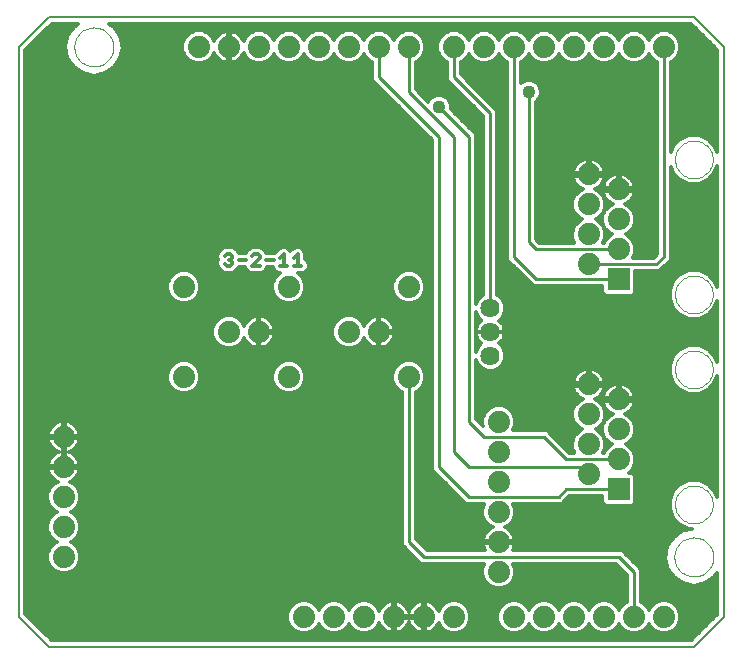
<source format=gtl>
G75*
G70*
%OFA0B0*%
%FSLAX24Y24*%
%IPPOS*%
%LPD*%
%AMOC8*
5,1,8,0,0,1.08239X$1,22.5*
%
%ADD10C,0.0080*%
%ADD11C,0.0130*%
%ADD12C,0.0740*%
%ADD13C,0.0000*%
%ADD14R,0.0740X0.0740*%
%ADD15C,0.0640*%
%ADD16C,0.0120*%
%ADD17C,0.0100*%
%ADD18C,0.0436*%
D10*
X006259Y001161D02*
X007259Y000161D01*
X028759Y000161D01*
X029759Y001161D01*
X029759Y020161D01*
X028759Y021161D01*
X007259Y021161D01*
X006259Y020161D01*
X006259Y001161D01*
D11*
X013186Y012876D02*
X013124Y012938D01*
X013186Y012876D02*
X013309Y012876D01*
X013371Y012938D01*
X013371Y013000D01*
X013309Y013061D01*
X013247Y013061D01*
X013309Y013061D02*
X013371Y013123D01*
X013371Y013185D01*
X013309Y013247D01*
X013186Y013247D01*
X013124Y013185D01*
X013584Y013061D02*
X013831Y013061D01*
X014045Y013185D02*
X014106Y013247D01*
X014230Y013247D01*
X014291Y013185D01*
X014291Y013123D01*
X014045Y012876D01*
X014291Y012876D01*
X014505Y013061D02*
X014752Y013061D01*
X014965Y013123D02*
X015089Y013247D01*
X015089Y012876D01*
X015212Y012876D02*
X014965Y012876D01*
X015426Y012876D02*
X015673Y012876D01*
X015549Y012876D02*
X015549Y013247D01*
X015426Y013123D01*
D12*
X015259Y012161D03*
X014259Y010661D03*
X013259Y010661D03*
X011759Y009161D03*
X015259Y009161D03*
X017259Y010661D03*
X018259Y010661D03*
X019259Y009161D03*
X022259Y007661D03*
X022259Y006661D03*
X022259Y005661D03*
X022259Y004661D03*
X022259Y003661D03*
X022259Y002661D03*
X022759Y001161D03*
X023759Y001161D03*
X024759Y001161D03*
X025759Y001161D03*
X026759Y001161D03*
X027759Y001161D03*
X020759Y001161D03*
X019759Y001161D03*
X018759Y001161D03*
X017759Y001161D03*
X016759Y001161D03*
X015759Y001161D03*
X007759Y003161D03*
X007759Y004161D03*
X007759Y005161D03*
X007759Y006161D03*
X007759Y007161D03*
X011759Y012161D03*
X019259Y012161D03*
X025259Y012911D03*
X026259Y013411D03*
X025259Y013911D03*
X026259Y014411D03*
X025259Y014911D03*
X026259Y015411D03*
X025259Y015911D03*
X024759Y020161D03*
X023759Y020161D03*
X022759Y020161D03*
X021759Y020161D03*
X020759Y020161D03*
X019259Y020161D03*
X018259Y020161D03*
X017259Y020161D03*
X016259Y020161D03*
X015259Y020161D03*
X014259Y020161D03*
X013259Y020161D03*
X012259Y020161D03*
X025759Y020161D03*
X026759Y020161D03*
X027759Y020161D03*
X025259Y008911D03*
X026259Y008411D03*
X025259Y007911D03*
X026259Y007411D03*
X025259Y006911D03*
X026259Y006411D03*
X025259Y005911D03*
D13*
X028129Y004911D02*
X028131Y004961D01*
X028137Y005011D01*
X028147Y005060D01*
X028161Y005108D01*
X028178Y005155D01*
X028199Y005200D01*
X028224Y005244D01*
X028252Y005285D01*
X028284Y005324D01*
X028318Y005361D01*
X028355Y005395D01*
X028395Y005425D01*
X028437Y005452D01*
X028481Y005476D01*
X028527Y005497D01*
X028574Y005513D01*
X028622Y005526D01*
X028672Y005535D01*
X028721Y005540D01*
X028772Y005541D01*
X028822Y005538D01*
X028871Y005531D01*
X028920Y005520D01*
X028968Y005505D01*
X029014Y005487D01*
X029059Y005465D01*
X029102Y005439D01*
X029143Y005410D01*
X029182Y005378D01*
X029218Y005343D01*
X029250Y005305D01*
X029280Y005265D01*
X029307Y005222D01*
X029330Y005178D01*
X029349Y005132D01*
X029365Y005084D01*
X029377Y005035D01*
X029385Y004986D01*
X029389Y004936D01*
X029389Y004886D01*
X029385Y004836D01*
X029377Y004787D01*
X029365Y004738D01*
X029349Y004690D01*
X029330Y004644D01*
X029307Y004600D01*
X029280Y004557D01*
X029250Y004517D01*
X029218Y004479D01*
X029182Y004444D01*
X029143Y004412D01*
X029102Y004383D01*
X029059Y004357D01*
X029014Y004335D01*
X028968Y004317D01*
X028920Y004302D01*
X028871Y004291D01*
X028822Y004284D01*
X028772Y004281D01*
X028721Y004282D01*
X028672Y004287D01*
X028622Y004296D01*
X028574Y004309D01*
X028527Y004325D01*
X028481Y004346D01*
X028437Y004370D01*
X028395Y004397D01*
X028355Y004427D01*
X028318Y004461D01*
X028284Y004498D01*
X028252Y004537D01*
X028224Y004578D01*
X028199Y004622D01*
X028178Y004667D01*
X028161Y004714D01*
X028147Y004762D01*
X028137Y004811D01*
X028131Y004861D01*
X028129Y004911D01*
X028109Y003161D02*
X028111Y003211D01*
X028117Y003261D01*
X028127Y003311D01*
X028140Y003359D01*
X028157Y003407D01*
X028178Y003453D01*
X028202Y003497D01*
X028230Y003539D01*
X028261Y003579D01*
X028295Y003616D01*
X028332Y003651D01*
X028371Y003682D01*
X028412Y003711D01*
X028456Y003736D01*
X028502Y003758D01*
X028549Y003776D01*
X028597Y003790D01*
X028646Y003801D01*
X028696Y003808D01*
X028746Y003811D01*
X028797Y003810D01*
X028847Y003805D01*
X028897Y003796D01*
X028945Y003784D01*
X028993Y003767D01*
X029039Y003747D01*
X029084Y003724D01*
X029127Y003697D01*
X029167Y003667D01*
X029205Y003634D01*
X029240Y003598D01*
X029273Y003559D01*
X029302Y003518D01*
X029328Y003475D01*
X029351Y003430D01*
X029370Y003383D01*
X029385Y003335D01*
X029397Y003286D01*
X029405Y003236D01*
X029409Y003186D01*
X029409Y003136D01*
X029405Y003086D01*
X029397Y003036D01*
X029385Y002987D01*
X029370Y002939D01*
X029351Y002892D01*
X029328Y002847D01*
X029302Y002804D01*
X029273Y002763D01*
X029240Y002724D01*
X029205Y002688D01*
X029167Y002655D01*
X029127Y002625D01*
X029084Y002598D01*
X029039Y002575D01*
X028993Y002555D01*
X028945Y002538D01*
X028897Y002526D01*
X028847Y002517D01*
X028797Y002512D01*
X028746Y002511D01*
X028696Y002514D01*
X028646Y002521D01*
X028597Y002532D01*
X028549Y002546D01*
X028502Y002564D01*
X028456Y002586D01*
X028412Y002611D01*
X028371Y002640D01*
X028332Y002671D01*
X028295Y002706D01*
X028261Y002743D01*
X028230Y002783D01*
X028202Y002825D01*
X028178Y002869D01*
X028157Y002915D01*
X028140Y002963D01*
X028127Y003011D01*
X028117Y003061D01*
X028111Y003111D01*
X028109Y003161D01*
X028129Y009411D02*
X028131Y009461D01*
X028137Y009511D01*
X028147Y009560D01*
X028161Y009608D01*
X028178Y009655D01*
X028199Y009700D01*
X028224Y009744D01*
X028252Y009785D01*
X028284Y009824D01*
X028318Y009861D01*
X028355Y009895D01*
X028395Y009925D01*
X028437Y009952D01*
X028481Y009976D01*
X028527Y009997D01*
X028574Y010013D01*
X028622Y010026D01*
X028672Y010035D01*
X028721Y010040D01*
X028772Y010041D01*
X028822Y010038D01*
X028871Y010031D01*
X028920Y010020D01*
X028968Y010005D01*
X029014Y009987D01*
X029059Y009965D01*
X029102Y009939D01*
X029143Y009910D01*
X029182Y009878D01*
X029218Y009843D01*
X029250Y009805D01*
X029280Y009765D01*
X029307Y009722D01*
X029330Y009678D01*
X029349Y009632D01*
X029365Y009584D01*
X029377Y009535D01*
X029385Y009486D01*
X029389Y009436D01*
X029389Y009386D01*
X029385Y009336D01*
X029377Y009287D01*
X029365Y009238D01*
X029349Y009190D01*
X029330Y009144D01*
X029307Y009100D01*
X029280Y009057D01*
X029250Y009017D01*
X029218Y008979D01*
X029182Y008944D01*
X029143Y008912D01*
X029102Y008883D01*
X029059Y008857D01*
X029014Y008835D01*
X028968Y008817D01*
X028920Y008802D01*
X028871Y008791D01*
X028822Y008784D01*
X028772Y008781D01*
X028721Y008782D01*
X028672Y008787D01*
X028622Y008796D01*
X028574Y008809D01*
X028527Y008825D01*
X028481Y008846D01*
X028437Y008870D01*
X028395Y008897D01*
X028355Y008927D01*
X028318Y008961D01*
X028284Y008998D01*
X028252Y009037D01*
X028224Y009078D01*
X028199Y009122D01*
X028178Y009167D01*
X028161Y009214D01*
X028147Y009262D01*
X028137Y009311D01*
X028131Y009361D01*
X028129Y009411D01*
X028129Y011911D02*
X028131Y011961D01*
X028137Y012011D01*
X028147Y012060D01*
X028161Y012108D01*
X028178Y012155D01*
X028199Y012200D01*
X028224Y012244D01*
X028252Y012285D01*
X028284Y012324D01*
X028318Y012361D01*
X028355Y012395D01*
X028395Y012425D01*
X028437Y012452D01*
X028481Y012476D01*
X028527Y012497D01*
X028574Y012513D01*
X028622Y012526D01*
X028672Y012535D01*
X028721Y012540D01*
X028772Y012541D01*
X028822Y012538D01*
X028871Y012531D01*
X028920Y012520D01*
X028968Y012505D01*
X029014Y012487D01*
X029059Y012465D01*
X029102Y012439D01*
X029143Y012410D01*
X029182Y012378D01*
X029218Y012343D01*
X029250Y012305D01*
X029280Y012265D01*
X029307Y012222D01*
X029330Y012178D01*
X029349Y012132D01*
X029365Y012084D01*
X029377Y012035D01*
X029385Y011986D01*
X029389Y011936D01*
X029389Y011886D01*
X029385Y011836D01*
X029377Y011787D01*
X029365Y011738D01*
X029349Y011690D01*
X029330Y011644D01*
X029307Y011600D01*
X029280Y011557D01*
X029250Y011517D01*
X029218Y011479D01*
X029182Y011444D01*
X029143Y011412D01*
X029102Y011383D01*
X029059Y011357D01*
X029014Y011335D01*
X028968Y011317D01*
X028920Y011302D01*
X028871Y011291D01*
X028822Y011284D01*
X028772Y011281D01*
X028721Y011282D01*
X028672Y011287D01*
X028622Y011296D01*
X028574Y011309D01*
X028527Y011325D01*
X028481Y011346D01*
X028437Y011370D01*
X028395Y011397D01*
X028355Y011427D01*
X028318Y011461D01*
X028284Y011498D01*
X028252Y011537D01*
X028224Y011578D01*
X028199Y011622D01*
X028178Y011667D01*
X028161Y011714D01*
X028147Y011762D01*
X028137Y011811D01*
X028131Y011861D01*
X028129Y011911D01*
X028129Y016411D02*
X028131Y016461D01*
X028137Y016511D01*
X028147Y016560D01*
X028161Y016608D01*
X028178Y016655D01*
X028199Y016700D01*
X028224Y016744D01*
X028252Y016785D01*
X028284Y016824D01*
X028318Y016861D01*
X028355Y016895D01*
X028395Y016925D01*
X028437Y016952D01*
X028481Y016976D01*
X028527Y016997D01*
X028574Y017013D01*
X028622Y017026D01*
X028672Y017035D01*
X028721Y017040D01*
X028772Y017041D01*
X028822Y017038D01*
X028871Y017031D01*
X028920Y017020D01*
X028968Y017005D01*
X029014Y016987D01*
X029059Y016965D01*
X029102Y016939D01*
X029143Y016910D01*
X029182Y016878D01*
X029218Y016843D01*
X029250Y016805D01*
X029280Y016765D01*
X029307Y016722D01*
X029330Y016678D01*
X029349Y016632D01*
X029365Y016584D01*
X029377Y016535D01*
X029385Y016486D01*
X029389Y016436D01*
X029389Y016386D01*
X029385Y016336D01*
X029377Y016287D01*
X029365Y016238D01*
X029349Y016190D01*
X029330Y016144D01*
X029307Y016100D01*
X029280Y016057D01*
X029250Y016017D01*
X029218Y015979D01*
X029182Y015944D01*
X029143Y015912D01*
X029102Y015883D01*
X029059Y015857D01*
X029014Y015835D01*
X028968Y015817D01*
X028920Y015802D01*
X028871Y015791D01*
X028822Y015784D01*
X028772Y015781D01*
X028721Y015782D01*
X028672Y015787D01*
X028622Y015796D01*
X028574Y015809D01*
X028527Y015825D01*
X028481Y015846D01*
X028437Y015870D01*
X028395Y015897D01*
X028355Y015927D01*
X028318Y015961D01*
X028284Y015998D01*
X028252Y016037D01*
X028224Y016078D01*
X028199Y016122D01*
X028178Y016167D01*
X028161Y016214D01*
X028147Y016262D01*
X028137Y016311D01*
X028131Y016361D01*
X028129Y016411D01*
X008109Y020161D02*
X008111Y020211D01*
X008117Y020261D01*
X008127Y020311D01*
X008140Y020359D01*
X008157Y020407D01*
X008178Y020453D01*
X008202Y020497D01*
X008230Y020539D01*
X008261Y020579D01*
X008295Y020616D01*
X008332Y020651D01*
X008371Y020682D01*
X008412Y020711D01*
X008456Y020736D01*
X008502Y020758D01*
X008549Y020776D01*
X008597Y020790D01*
X008646Y020801D01*
X008696Y020808D01*
X008746Y020811D01*
X008797Y020810D01*
X008847Y020805D01*
X008897Y020796D01*
X008945Y020784D01*
X008993Y020767D01*
X009039Y020747D01*
X009084Y020724D01*
X009127Y020697D01*
X009167Y020667D01*
X009205Y020634D01*
X009240Y020598D01*
X009273Y020559D01*
X009302Y020518D01*
X009328Y020475D01*
X009351Y020430D01*
X009370Y020383D01*
X009385Y020335D01*
X009397Y020286D01*
X009405Y020236D01*
X009409Y020186D01*
X009409Y020136D01*
X009405Y020086D01*
X009397Y020036D01*
X009385Y019987D01*
X009370Y019939D01*
X009351Y019892D01*
X009328Y019847D01*
X009302Y019804D01*
X009273Y019763D01*
X009240Y019724D01*
X009205Y019688D01*
X009167Y019655D01*
X009127Y019625D01*
X009084Y019598D01*
X009039Y019575D01*
X008993Y019555D01*
X008945Y019538D01*
X008897Y019526D01*
X008847Y019517D01*
X008797Y019512D01*
X008746Y019511D01*
X008696Y019514D01*
X008646Y019521D01*
X008597Y019532D01*
X008549Y019546D01*
X008502Y019564D01*
X008456Y019586D01*
X008412Y019611D01*
X008371Y019640D01*
X008332Y019671D01*
X008295Y019706D01*
X008261Y019743D01*
X008230Y019783D01*
X008202Y019825D01*
X008178Y019869D01*
X008157Y019915D01*
X008140Y019963D01*
X008127Y020011D01*
X008117Y020061D01*
X008111Y020111D01*
X008109Y020161D01*
D14*
X026259Y012411D03*
X026259Y005411D03*
D15*
X021975Y009874D03*
X021975Y010661D03*
X021975Y011449D03*
D16*
X021522Y011660D02*
X021489Y011660D01*
X021489Y011580D02*
X021489Y017066D01*
X021489Y017256D01*
X020657Y018088D01*
X020657Y018240D01*
X020596Y018387D01*
X020484Y018499D01*
X020338Y018559D01*
X020180Y018559D01*
X020033Y018499D01*
X019921Y018387D01*
X019903Y018342D01*
X019489Y018756D01*
X019489Y019661D01*
X019570Y019695D01*
X019725Y019850D01*
X019809Y020052D01*
X019809Y020271D01*
X019725Y020473D01*
X019570Y020627D01*
X019368Y020711D01*
X019149Y020711D01*
X018947Y020627D01*
X018793Y020473D01*
X018759Y020391D01*
X018725Y020473D01*
X018570Y020627D01*
X018368Y020711D01*
X018149Y020711D01*
X017947Y020627D01*
X017793Y020473D01*
X017759Y020391D01*
X017725Y020473D01*
X017570Y020627D01*
X017368Y020711D01*
X017149Y020711D01*
X016947Y020627D01*
X016793Y020473D01*
X016759Y020391D01*
X016725Y020473D01*
X016570Y020627D01*
X016368Y020711D01*
X016149Y020711D01*
X015947Y020627D01*
X015793Y020473D01*
X015759Y020391D01*
X015725Y020473D01*
X015570Y020627D01*
X015368Y020711D01*
X015149Y020711D01*
X014947Y020627D01*
X014793Y020473D01*
X014759Y020391D01*
X014725Y020473D01*
X014570Y020627D01*
X014368Y020711D01*
X014149Y020711D01*
X013947Y020627D01*
X013793Y020473D01*
X013749Y020367D01*
X013712Y020439D01*
X013663Y020506D01*
X013604Y020565D01*
X013537Y020615D01*
X013462Y020652D01*
X013383Y020678D01*
X013301Y020691D01*
X013299Y020691D01*
X013299Y020201D01*
X013219Y020201D01*
X013219Y020691D01*
X013217Y020691D01*
X013135Y020678D01*
X013055Y020652D01*
X012981Y020615D01*
X012914Y020565D01*
X012855Y020506D01*
X012806Y020439D01*
X012769Y020367D01*
X012725Y020473D01*
X012570Y020627D01*
X012368Y020711D01*
X012149Y020711D01*
X011947Y020627D01*
X011793Y020473D01*
X011709Y020271D01*
X011709Y020052D01*
X011793Y019850D01*
X011947Y019695D01*
X012149Y019611D01*
X012368Y019611D01*
X012570Y019695D01*
X012725Y019850D01*
X012769Y019955D01*
X012806Y019883D01*
X012855Y019816D01*
X012914Y019757D01*
X012981Y019708D01*
X013055Y019670D01*
X013135Y019644D01*
X013217Y019631D01*
X013219Y019631D01*
X013219Y020121D01*
X013299Y020121D01*
X013299Y019631D01*
X013301Y019631D01*
X013383Y019644D01*
X013462Y019670D01*
X013537Y019708D01*
X013604Y019757D01*
X013663Y019816D01*
X013712Y019883D01*
X013749Y019955D01*
X013793Y019850D01*
X013947Y019695D01*
X014149Y019611D01*
X014368Y019611D01*
X014570Y019695D01*
X014725Y019850D01*
X014759Y019931D01*
X014793Y019850D01*
X014947Y019695D01*
X015149Y019611D01*
X015368Y019611D01*
X015570Y019695D01*
X015725Y019850D01*
X015759Y019931D01*
X015793Y019850D01*
X015947Y019695D01*
X016149Y019611D01*
X016368Y019611D01*
X016570Y019695D01*
X016725Y019850D01*
X016759Y019931D01*
X016793Y019850D01*
X016947Y019695D01*
X017149Y019611D01*
X017368Y019611D01*
X017570Y019695D01*
X017725Y019850D01*
X017759Y019931D01*
X017793Y019850D01*
X017947Y019695D01*
X018029Y019661D01*
X018029Y019256D01*
X018029Y019066D01*
X020029Y017066D01*
X020029Y006066D01*
X020164Y005931D01*
X021029Y005066D01*
X021164Y004931D01*
X021775Y004931D01*
X021709Y004771D01*
X021709Y004552D01*
X021793Y004350D01*
X021947Y004195D01*
X022053Y004151D01*
X021981Y004115D01*
X021914Y004065D01*
X021855Y004006D01*
X021806Y003939D01*
X021768Y003865D01*
X021742Y003785D01*
X021729Y003703D01*
X021729Y003701D01*
X022219Y003701D01*
X022219Y003621D01*
X021729Y003621D01*
X021729Y003620D01*
X021742Y003537D01*
X021768Y003458D01*
X021802Y003391D01*
X019854Y003391D01*
X019489Y003756D01*
X019489Y008661D01*
X019570Y008695D01*
X019725Y008850D01*
X019809Y009052D01*
X020029Y009052D01*
X020029Y008933D02*
X019760Y008933D01*
X019809Y009052D02*
X019809Y009271D01*
X019725Y009473D01*
X019570Y009627D01*
X019368Y009711D01*
X019149Y009711D01*
X018947Y009627D01*
X018793Y009473D01*
X018709Y009271D01*
X018709Y009052D01*
X015809Y009052D01*
X015725Y008850D01*
X015570Y008695D01*
X015368Y008611D01*
X015149Y008611D01*
X014947Y008695D01*
X014793Y008850D01*
X014709Y009052D01*
X012309Y009052D01*
X012225Y008850D01*
X012070Y008695D01*
X011868Y008611D01*
X011649Y008611D01*
X011447Y008695D01*
X011293Y008850D01*
X011209Y009052D01*
X006479Y009052D01*
X006479Y008933D02*
X011258Y008933D01*
X011209Y009052D02*
X011209Y009271D01*
X011293Y009473D01*
X011447Y009627D01*
X011649Y009711D01*
X011868Y009711D01*
X012070Y009627D01*
X012225Y009473D01*
X012309Y009271D01*
X012309Y009052D01*
X012309Y009171D02*
X014709Y009171D01*
X014709Y009271D02*
X014709Y009052D01*
X014758Y008933D02*
X012260Y008933D01*
X012190Y008815D02*
X014827Y008815D01*
X014946Y008696D02*
X012072Y008696D01*
X011446Y008696D02*
X006479Y008696D01*
X006479Y008578D02*
X019029Y008578D01*
X019029Y008661D02*
X019029Y003756D01*
X019029Y003566D01*
X019529Y003066D01*
X019664Y002931D01*
X021775Y002931D01*
X021709Y002771D01*
X021709Y002552D01*
X021793Y002350D01*
X021947Y002195D01*
X022149Y002111D01*
X022368Y002111D01*
X022570Y002195D01*
X022725Y002350D01*
X022809Y002552D01*
X022809Y002771D01*
X022742Y002931D01*
X026164Y002931D01*
X026529Y002566D01*
X026529Y001661D01*
X026447Y001627D01*
X026293Y001473D01*
X026259Y001391D01*
X026225Y001473D01*
X026070Y001627D01*
X025868Y001711D01*
X025649Y001711D01*
X025447Y001627D01*
X025293Y001473D01*
X025259Y001391D01*
X025225Y001473D01*
X025070Y001627D01*
X024868Y001711D01*
X024649Y001711D01*
X024447Y001627D01*
X024293Y001473D01*
X024259Y001391D01*
X024225Y001473D01*
X024070Y001627D01*
X023868Y001711D01*
X023649Y001711D01*
X023447Y001627D01*
X023293Y001473D01*
X023259Y001391D01*
X023225Y001473D01*
X023070Y001627D01*
X022868Y001711D01*
X022649Y001711D01*
X022447Y001627D01*
X022293Y001473D01*
X022209Y001271D01*
X022209Y001052D01*
X022293Y000850D01*
X022447Y000695D01*
X022649Y000611D01*
X022868Y000611D01*
X023070Y000695D01*
X023225Y000850D01*
X023259Y000931D01*
X023293Y000850D01*
X023447Y000695D01*
X023649Y000611D01*
X023868Y000611D01*
X024070Y000695D01*
X024225Y000850D01*
X024259Y000931D01*
X024293Y000850D01*
X024447Y000695D01*
X024649Y000611D01*
X024868Y000611D01*
X025070Y000695D01*
X025225Y000850D01*
X025259Y000931D01*
X025293Y000850D01*
X025447Y000695D01*
X025649Y000611D01*
X025868Y000611D01*
X026070Y000695D01*
X026225Y000850D01*
X026259Y000931D01*
X026293Y000850D01*
X026447Y000695D01*
X026649Y000611D01*
X026868Y000611D01*
X027070Y000695D01*
X027225Y000850D01*
X027259Y000931D01*
X027293Y000850D01*
X027447Y000695D01*
X027649Y000611D01*
X027868Y000611D01*
X028070Y000695D01*
X028225Y000850D01*
X028309Y001052D01*
X028309Y001271D01*
X028225Y001473D01*
X028070Y001627D01*
X027868Y001711D01*
X027649Y001711D01*
X027447Y001627D01*
X027293Y001473D01*
X027259Y001391D01*
X027225Y001473D01*
X027070Y001627D01*
X026989Y001661D01*
X026989Y002756D01*
X026854Y002891D01*
X026354Y003391D01*
X026164Y003391D01*
X022716Y003391D01*
X022750Y003458D01*
X022776Y003537D01*
X022789Y003620D01*
X022789Y003621D01*
X022299Y003621D01*
X022299Y003701D01*
X022789Y003701D01*
X022789Y003703D01*
X022776Y003785D01*
X022750Y003865D01*
X022712Y003939D01*
X022663Y004006D01*
X022604Y004065D01*
X022537Y004115D01*
X022465Y004151D01*
X022570Y004195D01*
X022725Y004350D01*
X022809Y004552D01*
X022809Y004771D01*
X022742Y004931D01*
X024164Y004931D01*
X024354Y004931D01*
X024604Y005181D01*
X025709Y005181D01*
X025709Y004967D01*
X025814Y004861D01*
X026703Y004861D01*
X026809Y004967D01*
X026809Y005856D01*
X026703Y005961D01*
X026587Y005961D01*
X026725Y006100D01*
X026809Y006302D01*
X026809Y006521D01*
X026725Y006723D01*
X026570Y006877D01*
X026489Y006911D01*
X026570Y006945D01*
X026725Y007100D01*
X026809Y007302D01*
X026809Y007521D01*
X026725Y007723D01*
X026570Y007877D01*
X026465Y007921D01*
X026537Y007958D01*
X026604Y008007D01*
X026663Y008066D01*
X026712Y008133D01*
X026750Y008208D01*
X026776Y008287D01*
X026789Y008370D01*
X026789Y008373D01*
X026298Y008373D01*
X026298Y008450D01*
X026789Y008450D01*
X026789Y008453D01*
X026776Y008535D01*
X026750Y008615D01*
X026712Y008689D01*
X026663Y008756D01*
X026604Y008815D01*
X026537Y008865D01*
X026462Y008902D01*
X026383Y008928D01*
X026301Y008941D01*
X026297Y008941D01*
X026297Y008450D01*
X026220Y008450D01*
X026220Y008373D01*
X025729Y008373D01*
X025729Y008370D01*
X025742Y008287D01*
X025768Y008208D01*
X025806Y008133D01*
X025855Y008066D01*
X025914Y008007D01*
X025981Y007958D01*
X026053Y007921D01*
X025947Y007877D01*
X025793Y007723D01*
X025709Y007521D01*
X025709Y007302D01*
X025793Y007100D01*
X025947Y006945D01*
X026029Y006911D01*
X025947Y006877D01*
X025793Y006723D01*
X025759Y006641D01*
X025742Y006641D01*
X025809Y006802D01*
X025809Y007021D01*
X025725Y007223D01*
X025570Y007377D01*
X025489Y007411D01*
X025570Y007445D01*
X025725Y007600D01*
X025809Y007802D01*
X025809Y008021D01*
X025725Y008223D01*
X025570Y008377D01*
X025465Y008421D01*
X025537Y008458D01*
X025604Y008507D01*
X025663Y008566D01*
X025712Y008633D01*
X025750Y008708D01*
X025776Y008787D01*
X025789Y008870D01*
X025789Y008873D01*
X025298Y008873D01*
X025298Y008950D01*
X025789Y008950D01*
X025789Y008953D01*
X025776Y009035D01*
X025750Y009115D01*
X025712Y009189D01*
X025663Y009256D01*
X025604Y009315D01*
X025537Y009365D01*
X025462Y009402D01*
X025383Y009428D01*
X025301Y009441D01*
X025297Y009441D01*
X025297Y008950D01*
X025220Y008950D01*
X025220Y008873D01*
X024729Y008873D01*
X024729Y008870D01*
X024742Y008787D01*
X024768Y008708D01*
X024806Y008633D01*
X024855Y008566D01*
X024914Y008507D01*
X024981Y008458D01*
X025053Y008421D01*
X024947Y008377D01*
X024793Y008223D01*
X024709Y008021D01*
X024709Y007802D01*
X024793Y007600D01*
X024947Y007445D01*
X025029Y007411D01*
X024947Y007377D01*
X024793Y007223D01*
X024709Y007021D01*
X024709Y006802D01*
X024775Y006641D01*
X024604Y006641D01*
X023854Y007391D01*
X023664Y007391D01*
X022742Y007391D01*
X022809Y007552D01*
X022809Y007771D01*
X022725Y007973D01*
X022570Y008127D01*
X022368Y008211D01*
X022149Y008211D01*
X021947Y008127D01*
X021793Y007973D01*
X021709Y007771D01*
X021709Y007552D01*
X021720Y007526D01*
X021489Y007756D01*
X021489Y009742D01*
X021552Y009591D01*
X021692Y009450D01*
X021876Y009374D01*
X022075Y009374D01*
X022259Y009450D01*
X022399Y009591D01*
X022475Y009774D01*
X022475Y009973D01*
X022399Y010157D01*
X022273Y010284D01*
X022288Y010295D01*
X022342Y010349D01*
X022386Y010410D01*
X022420Y010477D01*
X022444Y010549D01*
X022455Y010623D01*
X022455Y010652D01*
X021985Y010652D01*
X021985Y010670D01*
X022455Y010670D01*
X022455Y010699D01*
X022444Y010774D01*
X022420Y010846D01*
X022386Y010913D01*
X022342Y010974D01*
X022288Y011027D01*
X022273Y011039D01*
X022399Y011165D01*
X022475Y011349D01*
X022475Y011548D01*
X022399Y011732D01*
X022259Y011873D01*
X022205Y011895D01*
X022205Y017849D01*
X022205Y018040D01*
X020989Y019256D01*
X020989Y019661D01*
X021070Y019695D01*
X021225Y019850D01*
X021259Y019931D01*
X021293Y019850D01*
X021447Y019695D01*
X021649Y019611D01*
X021868Y019611D01*
X022070Y019695D01*
X022225Y019850D01*
X022259Y019931D01*
X022293Y019850D01*
X022447Y019695D01*
X022529Y019661D01*
X022529Y013066D01*
X022664Y012931D01*
X023414Y012181D01*
X023604Y012181D01*
X025709Y012181D01*
X025709Y011967D01*
X025814Y011861D01*
X026703Y011861D01*
X026809Y011967D01*
X026809Y012681D01*
X027414Y012681D01*
X027604Y012681D01*
X027854Y012931D01*
X027989Y013066D01*
X027989Y016154D01*
X028072Y015952D01*
X028300Y015725D01*
X028598Y015601D01*
X028920Y015601D01*
X029218Y015725D01*
X029445Y015952D01*
X029539Y016178D01*
X029539Y012144D01*
X029445Y012370D01*
X029218Y012598D01*
X028920Y012721D01*
X028598Y012721D01*
X028300Y012598D01*
X028072Y012370D01*
X027949Y012072D01*
X027949Y011750D01*
X028072Y011452D01*
X028300Y011225D01*
X028598Y011101D01*
X028920Y011101D01*
X029218Y011225D01*
X029445Y011452D01*
X029539Y011678D01*
X029539Y009644D01*
X029445Y009870D01*
X029218Y010098D01*
X028920Y010221D01*
X028598Y010221D01*
X028300Y010098D01*
X028072Y009870D01*
X027949Y009572D01*
X027949Y009250D01*
X028072Y008952D01*
X028300Y008725D01*
X028598Y008601D01*
X028920Y008601D01*
X029218Y008725D01*
X029445Y008952D01*
X029539Y009178D01*
X029539Y005144D01*
X029445Y005370D01*
X029218Y005598D01*
X028920Y005721D01*
X028598Y005721D01*
X028300Y005598D01*
X028072Y005370D01*
X027949Y005072D01*
X027949Y004750D01*
X028072Y004452D01*
X028300Y004225D01*
X028598Y004101D01*
X028684Y004101D01*
X028393Y004044D01*
X028084Y003837D01*
X028084Y003837D01*
X028084Y003836D01*
X028083Y003836D02*
X022759Y003836D01*
X022787Y003718D02*
X028004Y003718D01*
X028084Y003836D02*
X027877Y003527D01*
X027877Y003527D01*
X027804Y003161D01*
X027877Y002796D01*
X027877Y002796D01*
X028084Y002486D01*
X028393Y002279D01*
X028393Y002279D01*
X028759Y002206D01*
X029124Y002279D01*
X029434Y002486D01*
X029434Y002486D01*
X029539Y002643D01*
X029539Y001252D01*
X028668Y000381D01*
X007350Y000381D01*
X006479Y001252D01*
X006479Y020070D01*
X007350Y020941D01*
X008240Y020941D01*
X008084Y020837D01*
X008084Y020837D01*
X008084Y020836D01*
X007877Y020527D01*
X007877Y020527D01*
X007804Y020161D01*
X007877Y019796D01*
X007877Y019796D01*
X008084Y019486D01*
X008393Y019279D01*
X008393Y019279D01*
X008759Y019206D01*
X009124Y019279D01*
X009124Y019279D01*
X009434Y019486D01*
X009434Y019486D01*
X009641Y019796D01*
X009714Y020161D01*
X009641Y020527D01*
X009434Y020836D01*
X009434Y020837D01*
X009277Y020941D01*
X028668Y020941D01*
X029539Y020070D01*
X029539Y016644D01*
X029445Y016870D01*
X029218Y017098D01*
X028920Y017221D01*
X028598Y017221D01*
X028300Y017098D01*
X028072Y016870D01*
X027989Y016669D01*
X027989Y019661D01*
X028070Y019695D01*
X028225Y019850D01*
X028309Y020052D01*
X028309Y020271D01*
X028225Y020473D01*
X028070Y020627D01*
X027868Y020711D01*
X027649Y020711D01*
X027447Y020627D01*
X027293Y020473D01*
X027259Y020391D01*
X027225Y020473D01*
X027070Y020627D01*
X026868Y020711D01*
X026649Y020711D01*
X026447Y020627D01*
X026293Y020473D01*
X026259Y020391D01*
X026225Y020473D01*
X026070Y020627D01*
X025868Y020711D01*
X025649Y020711D01*
X025447Y020627D01*
X025293Y020473D01*
X025259Y020391D01*
X025225Y020473D01*
X025070Y020627D01*
X024868Y020711D01*
X024649Y020711D01*
X024447Y020627D01*
X024293Y020473D01*
X024259Y020391D01*
X024225Y020473D01*
X024070Y020627D01*
X023868Y020711D01*
X023649Y020711D01*
X023447Y020627D01*
X023293Y020473D01*
X023259Y020391D01*
X023225Y020473D01*
X023070Y020627D01*
X022868Y020711D01*
X022649Y020711D01*
X022447Y020627D01*
X022293Y020473D01*
X022259Y020391D01*
X022225Y020473D01*
X022070Y020627D01*
X021868Y020711D01*
X021649Y020711D01*
X021447Y020627D01*
X021293Y020473D01*
X021259Y020391D01*
X021225Y020473D01*
X021070Y020627D01*
X020868Y020711D01*
X020649Y020711D01*
X020447Y020627D01*
X020293Y020473D01*
X020209Y020271D01*
X020209Y020052D01*
X020293Y019850D01*
X020447Y019695D01*
X020529Y019661D01*
X020529Y019066D01*
X020664Y018931D01*
X021745Y017849D01*
X021745Y011895D01*
X021692Y011873D01*
X021552Y011732D01*
X021489Y011580D01*
X021489Y011779D02*
X021598Y011779D01*
X021489Y011897D02*
X021745Y011897D01*
X021745Y012016D02*
X021489Y012016D01*
X021489Y012134D02*
X021745Y012134D01*
X021745Y012253D02*
X021489Y012253D01*
X021489Y012371D02*
X021745Y012371D01*
X021745Y012490D02*
X021489Y012490D01*
X021489Y012608D02*
X021745Y012608D01*
X021745Y012727D02*
X021489Y012727D01*
X021489Y012845D02*
X021745Y012845D01*
X021745Y012964D02*
X021489Y012964D01*
X021489Y013082D02*
X021745Y013082D01*
X021745Y013201D02*
X021489Y013201D01*
X021489Y013320D02*
X021745Y013320D01*
X021745Y013438D02*
X021489Y013438D01*
X021489Y013557D02*
X021745Y013557D01*
X021745Y013675D02*
X021489Y013675D01*
X021489Y013794D02*
X021745Y013794D01*
X021745Y013912D02*
X021489Y013912D01*
X021489Y014031D02*
X021745Y014031D01*
X021745Y014149D02*
X021489Y014149D01*
X021489Y014268D02*
X021745Y014268D01*
X021745Y014386D02*
X021489Y014386D01*
X021489Y014505D02*
X021745Y014505D01*
X021745Y014624D02*
X021489Y014624D01*
X021489Y014742D02*
X021745Y014742D01*
X021745Y014861D02*
X021489Y014861D01*
X021489Y014979D02*
X021745Y014979D01*
X021745Y015098D02*
X021489Y015098D01*
X021489Y015216D02*
X021745Y015216D01*
X021745Y015335D02*
X021489Y015335D01*
X021489Y015453D02*
X021745Y015453D01*
X021745Y015572D02*
X021489Y015572D01*
X021489Y015690D02*
X021745Y015690D01*
X021745Y015809D02*
X021489Y015809D01*
X021489Y015928D02*
X021745Y015928D01*
X021745Y016046D02*
X021489Y016046D01*
X021489Y016165D02*
X021745Y016165D01*
X021745Y016283D02*
X021489Y016283D01*
X021489Y016402D02*
X021745Y016402D01*
X021745Y016520D02*
X021489Y016520D01*
X021489Y016639D02*
X021745Y016639D01*
X021745Y016757D02*
X021489Y016757D01*
X021489Y016876D02*
X021745Y016876D01*
X021745Y016994D02*
X021489Y016994D01*
X021489Y017113D02*
X021745Y017113D01*
X021745Y017231D02*
X021489Y017231D01*
X021395Y017350D02*
X021745Y017350D01*
X021745Y017469D02*
X021277Y017469D01*
X021158Y017587D02*
X021745Y017587D01*
X021745Y017706D02*
X021040Y017706D01*
X020921Y017824D02*
X021745Y017824D01*
X021652Y017943D02*
X020803Y017943D01*
X020684Y018061D02*
X021534Y018061D01*
X021415Y018180D02*
X020657Y018180D01*
X020633Y018298D02*
X021296Y018298D01*
X021178Y018417D02*
X020566Y018417D01*
X020396Y018535D02*
X021059Y018535D01*
X020941Y018654D02*
X019591Y018654D01*
X019489Y018773D02*
X020822Y018773D01*
X020704Y018891D02*
X019489Y018891D01*
X019489Y019010D02*
X020585Y019010D01*
X020529Y019128D02*
X019489Y019128D01*
X019489Y019247D02*
X020529Y019247D01*
X020529Y019365D02*
X019489Y019365D01*
X019489Y019484D02*
X020529Y019484D01*
X020529Y019602D02*
X019489Y019602D01*
X019596Y019721D02*
X020421Y019721D01*
X020303Y019839D02*
X019715Y019839D01*
X019770Y019958D02*
X020248Y019958D01*
X020209Y020077D02*
X019809Y020077D01*
X019809Y020195D02*
X020209Y020195D01*
X020227Y020314D02*
X019791Y020314D01*
X019742Y020432D02*
X020276Y020432D01*
X020371Y020551D02*
X019647Y020551D01*
X019470Y020669D02*
X020548Y020669D01*
X020970Y020669D02*
X021548Y020669D01*
X021371Y020551D02*
X021147Y020551D01*
X021242Y020432D02*
X021276Y020432D01*
X021970Y020669D02*
X022548Y020669D01*
X022371Y020551D02*
X022147Y020551D01*
X022242Y020432D02*
X022276Y020432D01*
X022970Y020669D02*
X023548Y020669D01*
X023371Y020551D02*
X023147Y020551D01*
X023242Y020432D02*
X023276Y020432D01*
X023970Y020669D02*
X024548Y020669D01*
X024371Y020551D02*
X024147Y020551D01*
X024242Y020432D02*
X024276Y020432D01*
X024970Y020669D02*
X025548Y020669D01*
X025371Y020551D02*
X025147Y020551D01*
X025242Y020432D02*
X025276Y020432D01*
X025970Y020669D02*
X026548Y020669D01*
X026371Y020551D02*
X026147Y020551D01*
X026242Y020432D02*
X026276Y020432D01*
X026970Y020669D02*
X027548Y020669D01*
X027371Y020551D02*
X027147Y020551D01*
X027242Y020432D02*
X027276Y020432D01*
X027970Y020669D02*
X028940Y020669D01*
X029058Y020551D02*
X028147Y020551D01*
X028242Y020432D02*
X029177Y020432D01*
X029295Y020314D02*
X028291Y020314D01*
X028309Y020195D02*
X029414Y020195D01*
X029532Y020077D02*
X028309Y020077D01*
X028270Y019958D02*
X029539Y019958D01*
X029539Y019839D02*
X028215Y019839D01*
X028096Y019721D02*
X029539Y019721D01*
X029539Y019602D02*
X027989Y019602D01*
X027989Y019484D02*
X029539Y019484D01*
X029539Y019365D02*
X027989Y019365D01*
X027989Y019247D02*
X029539Y019247D01*
X029539Y019128D02*
X027989Y019128D01*
X027989Y019010D02*
X029539Y019010D01*
X029539Y018891D02*
X027989Y018891D01*
X027989Y018773D02*
X029539Y018773D01*
X029539Y018654D02*
X027989Y018654D01*
X027989Y018535D02*
X029539Y018535D01*
X029539Y018417D02*
X027989Y018417D01*
X027989Y018298D02*
X029539Y018298D01*
X029539Y018180D02*
X027989Y018180D01*
X027989Y018061D02*
X029539Y018061D01*
X029539Y017943D02*
X027989Y017943D01*
X027989Y017824D02*
X029539Y017824D01*
X029539Y017706D02*
X027989Y017706D01*
X027989Y017587D02*
X029539Y017587D01*
X029539Y017469D02*
X027989Y017469D01*
X027989Y017350D02*
X029539Y017350D01*
X029539Y017231D02*
X027989Y017231D01*
X027989Y017113D02*
X028337Y017113D01*
X028197Y016994D02*
X027989Y016994D01*
X027989Y016876D02*
X028078Y016876D01*
X028026Y016757D02*
X027989Y016757D01*
X027529Y016757D02*
X023489Y016757D01*
X023489Y016639D02*
X027529Y016639D01*
X027529Y016520D02*
X023489Y016520D01*
X023489Y016402D02*
X025054Y016402D01*
X025055Y016402D02*
X024981Y016365D01*
X024914Y016315D01*
X024855Y016256D01*
X024806Y016189D01*
X024768Y016115D01*
X024742Y016035D01*
X024729Y015953D01*
X024729Y015950D01*
X025220Y015950D01*
X025220Y015873D01*
X024729Y015873D01*
X024729Y015870D01*
X024742Y015787D01*
X024768Y015708D01*
X024806Y015633D01*
X024855Y015566D01*
X024914Y015507D01*
X024981Y015458D01*
X025053Y015421D01*
X024947Y015377D01*
X024793Y015223D01*
X024709Y015021D01*
X024709Y014802D01*
X024793Y014600D01*
X024947Y014445D01*
X025029Y014411D01*
X024947Y014377D01*
X024793Y014223D01*
X024709Y014021D01*
X024709Y013802D01*
X024775Y013641D01*
X023604Y013641D01*
X023489Y013756D01*
X023489Y018328D01*
X023596Y018436D01*
X023657Y018582D01*
X023657Y018740D01*
X023596Y018887D01*
X023484Y018999D01*
X023338Y019059D01*
X023180Y019059D01*
X023033Y018999D01*
X022989Y018954D01*
X022989Y019661D01*
X023070Y019695D01*
X023225Y019850D01*
X023259Y019931D01*
X023293Y019850D01*
X023447Y019695D01*
X023649Y019611D01*
X023868Y019611D01*
X024070Y019695D01*
X024225Y019850D01*
X024259Y019931D01*
X024293Y019850D01*
X024447Y019695D01*
X024649Y019611D01*
X024868Y019611D01*
X025070Y019695D01*
X025225Y019850D01*
X025259Y019931D01*
X025293Y019850D01*
X025447Y019695D01*
X025649Y019611D01*
X025868Y019611D01*
X026070Y019695D01*
X026225Y019850D01*
X026259Y019931D01*
X026293Y019850D01*
X026447Y019695D01*
X026649Y019611D01*
X026868Y019611D01*
X027070Y019695D01*
X027225Y019850D01*
X027259Y019931D01*
X027293Y019850D01*
X027447Y019695D01*
X027529Y019661D01*
X027529Y013256D01*
X027414Y013141D01*
X026742Y013141D01*
X026809Y013302D01*
X026809Y013521D01*
X026725Y013723D01*
X026570Y013877D01*
X026489Y013911D01*
X026570Y013945D01*
X026725Y014100D01*
X026809Y014302D01*
X026809Y014521D01*
X026725Y014723D01*
X026570Y014877D01*
X026465Y014921D01*
X026537Y014958D01*
X026604Y015007D01*
X026663Y015066D01*
X026712Y015133D01*
X026750Y015208D01*
X026776Y015287D01*
X026789Y015370D01*
X026789Y015373D01*
X026298Y015373D01*
X026298Y015450D01*
X026789Y015450D01*
X026789Y015453D01*
X026776Y015535D01*
X026750Y015615D01*
X026712Y015689D01*
X026663Y015756D01*
X026604Y015815D01*
X026537Y015865D01*
X026462Y015902D01*
X026383Y015928D01*
X026301Y015941D01*
X026297Y015941D01*
X026297Y015450D01*
X026220Y015450D01*
X026220Y015373D01*
X025729Y015373D01*
X025729Y015370D01*
X025742Y015287D01*
X025768Y015208D01*
X025806Y015133D01*
X025855Y015066D01*
X025914Y015007D01*
X025981Y014958D01*
X026053Y014921D01*
X025947Y014877D01*
X025793Y014723D01*
X025709Y014521D01*
X025709Y014302D01*
X025793Y014100D01*
X025947Y013945D01*
X026029Y013911D01*
X025947Y013877D01*
X025793Y013723D01*
X025759Y013641D01*
X025742Y013641D01*
X025809Y013802D01*
X025809Y014021D01*
X025725Y014223D01*
X025570Y014377D01*
X025489Y014411D01*
X025570Y014445D01*
X025725Y014600D01*
X025809Y014802D01*
X025809Y015021D01*
X025725Y015223D01*
X025570Y015377D01*
X025465Y015421D01*
X025537Y015458D01*
X025604Y015507D01*
X025663Y015566D01*
X025712Y015633D01*
X025750Y015708D01*
X025776Y015787D01*
X025789Y015870D01*
X025789Y015873D01*
X025298Y015873D01*
X025298Y015950D01*
X025789Y015950D01*
X025789Y015953D01*
X025776Y016035D01*
X025750Y016115D01*
X025712Y016189D01*
X025663Y016256D01*
X025604Y016315D01*
X025537Y016365D01*
X025462Y016402D01*
X025383Y016428D01*
X025301Y016441D01*
X025297Y016441D01*
X025297Y015950D01*
X025220Y015950D01*
X025220Y016441D01*
X025217Y016441D01*
X025135Y016428D01*
X025055Y016402D01*
X025220Y016402D02*
X025297Y016402D01*
X025297Y016283D02*
X025220Y016283D01*
X025220Y016165D02*
X025297Y016165D01*
X025297Y016046D02*
X025220Y016046D01*
X025220Y015928D02*
X023489Y015928D01*
X023489Y016046D02*
X024745Y016046D01*
X024793Y016165D02*
X023489Y016165D01*
X023489Y016283D02*
X024881Y016283D01*
X025464Y016402D02*
X027529Y016402D01*
X027529Y016283D02*
X025636Y016283D01*
X025725Y016165D02*
X027529Y016165D01*
X027529Y016046D02*
X025772Y016046D01*
X025914Y015815D02*
X025981Y015865D01*
X026055Y015902D01*
X026135Y015928D01*
X026217Y015941D01*
X026220Y015941D01*
X026220Y015450D01*
X025729Y015450D01*
X025729Y015453D01*
X025742Y015535D01*
X025768Y015615D01*
X025806Y015689D01*
X025855Y015756D01*
X025914Y015815D01*
X025907Y015809D02*
X025779Y015809D01*
X025807Y015690D02*
X025741Y015690D01*
X025754Y015572D02*
X025667Y015572D01*
X025729Y015453D02*
X025528Y015453D01*
X025613Y015335D02*
X025734Y015335D01*
X025728Y015216D02*
X025765Y015216D01*
X025777Y015098D02*
X025832Y015098D01*
X025809Y014979D02*
X025952Y014979D01*
X025930Y014861D02*
X025809Y014861D01*
X025812Y014742D02*
X025784Y014742D01*
X025752Y014624D02*
X025735Y014624D01*
X025709Y014505D02*
X025630Y014505D01*
X025709Y014386D02*
X025549Y014386D01*
X025680Y014268D02*
X025723Y014268D01*
X025756Y014149D02*
X025772Y014149D01*
X025805Y014031D02*
X025861Y014031D01*
X025809Y013912D02*
X026026Y013912D01*
X025864Y013794D02*
X025806Y013794D01*
X025773Y013675D02*
X025756Y013675D01*
X026491Y013912D02*
X027529Y013912D01*
X027529Y013794D02*
X026654Y013794D01*
X026745Y013675D02*
X027529Y013675D01*
X027529Y013557D02*
X026794Y013557D01*
X026809Y013438D02*
X027529Y013438D01*
X027529Y013320D02*
X026809Y013320D01*
X026767Y013201D02*
X027473Y013201D01*
X027768Y012845D02*
X029539Y012845D01*
X029539Y012727D02*
X027650Y012727D01*
X027887Y012964D02*
X029539Y012964D01*
X029539Y013082D02*
X027989Y013082D01*
X027989Y013201D02*
X029539Y013201D01*
X029539Y013320D02*
X027989Y013320D01*
X027989Y013438D02*
X029539Y013438D01*
X029539Y013557D02*
X027989Y013557D01*
X027989Y013675D02*
X029539Y013675D01*
X029539Y013794D02*
X027989Y013794D01*
X027989Y013912D02*
X029539Y013912D01*
X029539Y014031D02*
X027989Y014031D01*
X027989Y014149D02*
X029539Y014149D01*
X029539Y014268D02*
X027989Y014268D01*
X027989Y014386D02*
X029539Y014386D01*
X029539Y014505D02*
X027989Y014505D01*
X027989Y014624D02*
X029539Y014624D01*
X029539Y014742D02*
X027989Y014742D01*
X027989Y014861D02*
X029539Y014861D01*
X029539Y014979D02*
X027989Y014979D01*
X027989Y015098D02*
X029539Y015098D01*
X029539Y015216D02*
X027989Y015216D01*
X027989Y015335D02*
X029539Y015335D01*
X029539Y015453D02*
X027989Y015453D01*
X027989Y015572D02*
X029539Y015572D01*
X029539Y015690D02*
X029135Y015690D01*
X029302Y015809D02*
X029539Y015809D01*
X029539Y015928D02*
X029421Y015928D01*
X029484Y016046D02*
X029539Y016046D01*
X029533Y016165D02*
X029539Y016165D01*
X029539Y016757D02*
X029492Y016757D01*
X029539Y016876D02*
X029440Y016876D01*
X029539Y016994D02*
X029321Y016994D01*
X029181Y017113D02*
X029539Y017113D01*
X028034Y016046D02*
X027989Y016046D01*
X027989Y015928D02*
X028097Y015928D01*
X027989Y015809D02*
X028216Y015809D01*
X028383Y015690D02*
X027989Y015690D01*
X027529Y015690D02*
X026711Y015690D01*
X026764Y015572D02*
X027529Y015572D01*
X027529Y015453D02*
X026789Y015453D01*
X026783Y015335D02*
X027529Y015335D01*
X027529Y015216D02*
X026753Y015216D01*
X026686Y015098D02*
X027529Y015098D01*
X027529Y014979D02*
X026566Y014979D01*
X026587Y014861D02*
X027529Y014861D01*
X027529Y014742D02*
X026706Y014742D01*
X026766Y014624D02*
X027529Y014624D01*
X027529Y014505D02*
X026809Y014505D01*
X026809Y014386D02*
X027529Y014386D01*
X027529Y014268D02*
X026795Y014268D01*
X026746Y014149D02*
X027529Y014149D01*
X027529Y014031D02*
X026656Y014031D01*
X024969Y014386D02*
X023489Y014386D01*
X023489Y014268D02*
X024838Y014268D01*
X024762Y014149D02*
X023489Y014149D01*
X023489Y014031D02*
X024713Y014031D01*
X024709Y013912D02*
X023489Y013912D01*
X023489Y013794D02*
X024712Y013794D01*
X024761Y013675D02*
X023570Y013675D01*
X023489Y014505D02*
X024887Y014505D01*
X024783Y014624D02*
X023489Y014624D01*
X023489Y014742D02*
X024734Y014742D01*
X024709Y014861D02*
X023489Y014861D01*
X023489Y014979D02*
X024709Y014979D01*
X024741Y015098D02*
X023489Y015098D01*
X023489Y015216D02*
X024790Y015216D01*
X024905Y015335D02*
X023489Y015335D01*
X023489Y015453D02*
X024990Y015453D01*
X024850Y015572D02*
X023489Y015572D01*
X023489Y015690D02*
X024777Y015690D01*
X024738Y015809D02*
X023489Y015809D01*
X022529Y015809D02*
X022205Y015809D01*
X022205Y015928D02*
X022529Y015928D01*
X022529Y016046D02*
X022205Y016046D01*
X022205Y016165D02*
X022529Y016165D01*
X022529Y016283D02*
X022205Y016283D01*
X022205Y016402D02*
X022529Y016402D01*
X022529Y016520D02*
X022205Y016520D01*
X022205Y016639D02*
X022529Y016639D01*
X022529Y016757D02*
X022205Y016757D01*
X022205Y016876D02*
X022529Y016876D01*
X022529Y016994D02*
X022205Y016994D01*
X022205Y017113D02*
X022529Y017113D01*
X022529Y017231D02*
X022205Y017231D01*
X022205Y017350D02*
X022529Y017350D01*
X022529Y017469D02*
X022205Y017469D01*
X022205Y017587D02*
X022529Y017587D01*
X022529Y017706D02*
X022205Y017706D01*
X022205Y017824D02*
X022529Y017824D01*
X022529Y017943D02*
X022205Y017943D01*
X022184Y018061D02*
X022529Y018061D01*
X022529Y018180D02*
X022066Y018180D01*
X021947Y018298D02*
X022529Y018298D01*
X022529Y018417D02*
X021828Y018417D01*
X021710Y018535D02*
X022529Y018535D01*
X022529Y018654D02*
X021591Y018654D01*
X021473Y018773D02*
X022529Y018773D01*
X022529Y018891D02*
X021354Y018891D01*
X021236Y019010D02*
X022529Y019010D01*
X022529Y019128D02*
X021117Y019128D01*
X020999Y019247D02*
X022529Y019247D01*
X022529Y019365D02*
X020989Y019365D01*
X020989Y019484D02*
X022529Y019484D01*
X022529Y019602D02*
X020989Y019602D01*
X021096Y019721D02*
X021421Y019721D01*
X021303Y019839D02*
X021215Y019839D01*
X022096Y019721D02*
X022421Y019721D01*
X022303Y019839D02*
X022215Y019839D01*
X022989Y019602D02*
X027529Y019602D01*
X027529Y019484D02*
X022989Y019484D01*
X022989Y019365D02*
X027529Y019365D01*
X027529Y019247D02*
X022989Y019247D01*
X022989Y019128D02*
X027529Y019128D01*
X027529Y019010D02*
X023458Y019010D01*
X023592Y018891D02*
X027529Y018891D01*
X027529Y018773D02*
X023644Y018773D01*
X023657Y018654D02*
X027529Y018654D01*
X027529Y018535D02*
X023638Y018535D01*
X023578Y018417D02*
X027529Y018417D01*
X027529Y018298D02*
X023489Y018298D01*
X023489Y018180D02*
X027529Y018180D01*
X027529Y018061D02*
X023489Y018061D01*
X023489Y017943D02*
X027529Y017943D01*
X027529Y017824D02*
X023489Y017824D01*
X023489Y017706D02*
X027529Y017706D01*
X027529Y017587D02*
X023489Y017587D01*
X023489Y017469D02*
X027529Y017469D01*
X027529Y017350D02*
X023489Y017350D01*
X023489Y017231D02*
X027529Y017231D01*
X027529Y017113D02*
X023489Y017113D01*
X023489Y016994D02*
X027529Y016994D01*
X027529Y016876D02*
X023489Y016876D01*
X022529Y015690D02*
X022205Y015690D01*
X022205Y015572D02*
X022529Y015572D01*
X022529Y015453D02*
X022205Y015453D01*
X022205Y015335D02*
X022529Y015335D01*
X022529Y015216D02*
X022205Y015216D01*
X022205Y015098D02*
X022529Y015098D01*
X022529Y014979D02*
X022205Y014979D01*
X022205Y014861D02*
X022529Y014861D01*
X022529Y014742D02*
X022205Y014742D01*
X022205Y014624D02*
X022529Y014624D01*
X022529Y014505D02*
X022205Y014505D01*
X022205Y014386D02*
X022529Y014386D01*
X022529Y014268D02*
X022205Y014268D01*
X022205Y014149D02*
X022529Y014149D01*
X022529Y014031D02*
X022205Y014031D01*
X022205Y013912D02*
X022529Y013912D01*
X022529Y013794D02*
X022205Y013794D01*
X022205Y013675D02*
X022529Y013675D01*
X022529Y013557D02*
X022205Y013557D01*
X022205Y013438D02*
X022529Y013438D01*
X022529Y013320D02*
X022205Y013320D01*
X022205Y013201D02*
X022529Y013201D01*
X022529Y013082D02*
X022205Y013082D01*
X022205Y012964D02*
X022631Y012964D01*
X022749Y012845D02*
X022205Y012845D01*
X022205Y012727D02*
X022868Y012727D01*
X022987Y012608D02*
X022205Y012608D01*
X022205Y012490D02*
X023105Y012490D01*
X023224Y012371D02*
X022205Y012371D01*
X022205Y012253D02*
X023342Y012253D01*
X022429Y011660D02*
X027986Y011660D01*
X027949Y011779D02*
X022353Y011779D01*
X022205Y011897D02*
X025779Y011897D01*
X025709Y012016D02*
X022205Y012016D01*
X022205Y012134D02*
X025709Y012134D01*
X026739Y011897D02*
X027949Y011897D01*
X027949Y012016D02*
X026809Y012016D01*
X026809Y012134D02*
X027975Y012134D01*
X028024Y012253D02*
X026809Y012253D01*
X026809Y012371D02*
X028073Y012371D01*
X028192Y012490D02*
X026809Y012490D01*
X026809Y012608D02*
X028325Y012608D01*
X029192Y012608D02*
X029539Y012608D01*
X029539Y012490D02*
X029326Y012490D01*
X029444Y012371D02*
X029539Y012371D01*
X029539Y012253D02*
X029494Y012253D01*
X029531Y011660D02*
X029539Y011660D01*
X029539Y011541D02*
X029482Y011541D01*
X029539Y011423D02*
X029416Y011423D01*
X029297Y011304D02*
X029539Y011304D01*
X029539Y011186D02*
X029124Y011186D01*
X029539Y011067D02*
X022301Y011067D01*
X022360Y010949D02*
X029539Y010949D01*
X029539Y010830D02*
X022425Y010830D01*
X022453Y010712D02*
X029539Y010712D01*
X029539Y010593D02*
X022451Y010593D01*
X022419Y010475D02*
X029539Y010475D01*
X029539Y010356D02*
X022347Y010356D01*
X022319Y010237D02*
X029539Y010237D01*
X029539Y010119D02*
X029167Y010119D01*
X029315Y010000D02*
X029539Y010000D01*
X029539Y009882D02*
X029434Y009882D01*
X029490Y009763D02*
X029539Y009763D01*
X029539Y009645D02*
X029539Y009645D01*
X029536Y009171D02*
X029539Y009171D01*
X029539Y009052D02*
X029487Y009052D01*
X029539Y008933D02*
X029426Y008933D01*
X029539Y008815D02*
X029308Y008815D01*
X029149Y008696D02*
X029539Y008696D01*
X029539Y008578D02*
X026762Y008578D01*
X026788Y008459D02*
X029539Y008459D01*
X029539Y008341D02*
X026784Y008341D01*
X026755Y008222D02*
X029539Y008222D01*
X029539Y008104D02*
X026690Y008104D01*
X026574Y007985D02*
X029539Y007985D01*
X029539Y007867D02*
X026581Y007867D01*
X026700Y007748D02*
X029539Y007748D01*
X029539Y007629D02*
X026764Y007629D01*
X026809Y007511D02*
X029539Y007511D01*
X029539Y007392D02*
X026809Y007392D01*
X026797Y007274D02*
X029539Y007274D01*
X029539Y007155D02*
X026748Y007155D01*
X026662Y007037D02*
X029539Y007037D01*
X029539Y006918D02*
X026506Y006918D01*
X026648Y006800D02*
X029539Y006800D01*
X029539Y006681D02*
X026742Y006681D01*
X026791Y006563D02*
X029539Y006563D01*
X029539Y006444D02*
X026809Y006444D01*
X026809Y006326D02*
X029539Y006326D01*
X029539Y006207D02*
X026770Y006207D01*
X026714Y006088D02*
X029539Y006088D01*
X029539Y005970D02*
X026595Y005970D01*
X026809Y005851D02*
X029539Y005851D01*
X029539Y005733D02*
X026809Y005733D01*
X026809Y005614D02*
X028340Y005614D01*
X028198Y005496D02*
X026809Y005496D01*
X026809Y005377D02*
X028079Y005377D01*
X028026Y005259D02*
X026809Y005259D01*
X026809Y005140D02*
X027977Y005140D01*
X027949Y005022D02*
X026809Y005022D01*
X026745Y004903D02*
X027949Y004903D01*
X027949Y004784D02*
X022803Y004784D01*
X022809Y004666D02*
X027984Y004666D01*
X028033Y004547D02*
X022807Y004547D01*
X022758Y004429D02*
X028096Y004429D01*
X028214Y004310D02*
X022686Y004310D01*
X022563Y004192D02*
X028380Y004192D01*
X028393Y004044D02*
X028393Y004044D01*
X028543Y004073D02*
X022594Y004073D01*
X022701Y003955D02*
X028260Y003955D01*
X027925Y003599D02*
X022786Y003599D01*
X022757Y003480D02*
X027867Y003480D01*
X027844Y003362D02*
X026383Y003362D01*
X026502Y003243D02*
X027820Y003243D01*
X027804Y003161D02*
X027804Y003161D01*
X027811Y003125D02*
X026621Y003125D01*
X026739Y003006D02*
X027835Y003006D01*
X027858Y002888D02*
X026858Y002888D01*
X026976Y002769D02*
X027894Y002769D01*
X027974Y002651D02*
X026989Y002651D01*
X026989Y002532D02*
X028053Y002532D01*
X028084Y002486D02*
X028084Y002486D01*
X028192Y002414D02*
X026989Y002414D01*
X026989Y002295D02*
X028369Y002295D01*
X029124Y002279D02*
X029124Y002279D01*
X029148Y002295D02*
X029539Y002295D01*
X029539Y002176D02*
X026989Y002176D01*
X026989Y002058D02*
X029539Y002058D01*
X029539Y001939D02*
X026989Y001939D01*
X026989Y001821D02*
X029539Y001821D01*
X029539Y001702D02*
X027890Y001702D01*
X028114Y001584D02*
X029539Y001584D01*
X029539Y001465D02*
X028228Y001465D01*
X028277Y001347D02*
X029539Y001347D01*
X029515Y001228D02*
X028309Y001228D01*
X028309Y001110D02*
X029396Y001110D01*
X029278Y000991D02*
X028284Y000991D01*
X028235Y000873D02*
X029159Y000873D01*
X029041Y000754D02*
X028129Y000754D01*
X027927Y000635D02*
X028922Y000635D01*
X028803Y000517D02*
X007214Y000517D01*
X007096Y000635D02*
X015591Y000635D01*
X015649Y000611D02*
X015868Y000611D01*
X016070Y000695D01*
X016225Y000850D01*
X016259Y000931D01*
X016293Y000850D01*
X016447Y000695D01*
X016649Y000611D01*
X016868Y000611D01*
X017070Y000695D01*
X017225Y000850D01*
X017259Y000931D01*
X017293Y000850D01*
X017447Y000695D01*
X017649Y000611D01*
X017868Y000611D01*
X018070Y000695D01*
X018225Y000850D01*
X018269Y000955D01*
X018306Y000883D01*
X018355Y000816D01*
X018414Y000757D01*
X018481Y000708D01*
X018555Y000670D01*
X018635Y000644D01*
X018717Y000631D01*
X018719Y000631D01*
X018719Y001121D01*
X018799Y001121D01*
X018799Y000631D01*
X018801Y000631D01*
X018883Y000644D01*
X018962Y000670D01*
X019037Y000708D01*
X019104Y000757D01*
X019163Y000816D01*
X019212Y000883D01*
X019250Y000958D01*
X019259Y000985D01*
X019268Y000958D01*
X019306Y000883D01*
X019355Y000816D01*
X019414Y000757D01*
X019481Y000708D01*
X019555Y000670D01*
X019635Y000644D01*
X019717Y000631D01*
X019719Y000631D01*
X019719Y001121D01*
X019799Y001121D01*
X019799Y000631D01*
X019801Y000631D01*
X019883Y000644D01*
X019962Y000670D01*
X020037Y000708D01*
X020104Y000757D01*
X020163Y000816D01*
X020212Y000883D01*
X020249Y000955D01*
X020293Y000850D01*
X020447Y000695D01*
X020649Y000611D01*
X020868Y000611D01*
X021070Y000695D01*
X021225Y000850D01*
X021309Y001052D01*
X021309Y001271D01*
X021225Y001473D01*
X021070Y001627D01*
X020868Y001711D01*
X020649Y001711D01*
X020447Y001627D01*
X020293Y001473D01*
X020249Y001367D01*
X020212Y001439D01*
X020163Y001506D01*
X020104Y001565D01*
X020037Y001615D01*
X019962Y001652D01*
X019883Y001678D01*
X019801Y001691D01*
X019799Y001691D01*
X019799Y001201D01*
X019719Y001201D01*
X019719Y001121D01*
X019229Y001121D01*
X018799Y001121D01*
X018799Y001201D01*
X019229Y001201D01*
X019719Y001201D01*
X019719Y001691D01*
X019717Y001691D01*
X019635Y001678D01*
X019555Y001652D01*
X019481Y001615D01*
X019414Y001565D01*
X019355Y001506D01*
X019306Y001439D01*
X019268Y001365D01*
X019259Y001337D01*
X019250Y001365D01*
X019212Y001439D01*
X019163Y001506D01*
X019104Y001565D01*
X019037Y001615D01*
X018962Y001652D01*
X018883Y001678D01*
X018801Y001691D01*
X018799Y001691D01*
X018799Y001201D01*
X018719Y001201D01*
X018719Y001691D01*
X018717Y001691D01*
X018635Y001678D01*
X018555Y001652D01*
X018481Y001615D01*
X018414Y001565D01*
X018355Y001506D01*
X018306Y001439D01*
X018269Y001367D01*
X018225Y001473D01*
X018070Y001627D01*
X017868Y001711D01*
X017649Y001711D01*
X017447Y001627D01*
X017293Y001473D01*
X017259Y001391D01*
X017225Y001473D01*
X017070Y001627D01*
X016868Y001711D01*
X016649Y001711D01*
X016447Y001627D01*
X016293Y001473D01*
X016259Y001391D01*
X016225Y001473D01*
X016070Y001627D01*
X015868Y001711D01*
X015649Y001711D01*
X015447Y001627D01*
X015293Y001473D01*
X015209Y001271D01*
X015209Y001052D01*
X015293Y000850D01*
X015447Y000695D01*
X015649Y000611D01*
X015927Y000635D02*
X016591Y000635D01*
X016388Y000754D02*
X016129Y000754D01*
X016235Y000873D02*
X016283Y000873D01*
X016290Y001465D02*
X016228Y001465D01*
X016114Y001584D02*
X016404Y001584D01*
X016628Y001702D02*
X015890Y001702D01*
X015628Y001702D02*
X006479Y001702D01*
X006479Y001584D02*
X015404Y001584D01*
X015290Y001465D02*
X006479Y001465D01*
X006479Y001347D02*
X015240Y001347D01*
X015209Y001228D02*
X006503Y001228D01*
X006622Y001110D02*
X015209Y001110D01*
X015234Y000991D02*
X006740Y000991D01*
X006859Y000873D02*
X015283Y000873D01*
X015388Y000754D02*
X006977Y000754D01*
X007333Y000398D02*
X028685Y000398D01*
X027591Y000635D02*
X026927Y000635D01*
X027129Y000754D02*
X027388Y000754D01*
X027283Y000873D02*
X027235Y000873D01*
X027228Y001465D02*
X027290Y001465D01*
X027404Y001584D02*
X027114Y001584D01*
X026989Y001702D02*
X027628Y001702D01*
X026529Y001702D02*
X025890Y001702D01*
X026114Y001584D02*
X026404Y001584D01*
X026290Y001465D02*
X026228Y001465D01*
X026529Y001821D02*
X006479Y001821D01*
X006479Y001939D02*
X026529Y001939D01*
X026529Y002058D02*
X006479Y002058D01*
X006479Y002176D02*
X021992Y002176D01*
X021847Y002295D02*
X006479Y002295D01*
X006479Y002414D02*
X021766Y002414D01*
X021717Y002532D02*
X006479Y002532D01*
X006479Y002651D02*
X007554Y002651D01*
X007649Y002611D02*
X007447Y002695D01*
X007293Y002850D01*
X007209Y003052D01*
X007209Y003271D01*
X007293Y003473D01*
X007447Y003627D01*
X007529Y003661D01*
X007447Y003695D01*
X007293Y003850D01*
X007209Y004052D01*
X007209Y004271D01*
X007293Y004473D01*
X007447Y004627D01*
X007529Y004661D01*
X007447Y004695D01*
X007293Y004850D01*
X007209Y005052D01*
X007209Y005271D01*
X007293Y005473D01*
X007447Y005627D01*
X007553Y005671D01*
X007481Y005708D01*
X007414Y005757D01*
X007355Y005816D01*
X007306Y005883D01*
X007268Y005958D01*
X007242Y006037D01*
X007229Y006120D01*
X007229Y006121D01*
X007719Y006121D01*
X007719Y006201D01*
X007229Y006201D01*
X007229Y006203D01*
X007242Y006285D01*
X007268Y006365D01*
X007306Y006439D01*
X007355Y006506D01*
X007414Y006565D01*
X007481Y006615D01*
X007555Y006652D01*
X007583Y006661D01*
X007555Y006670D01*
X007481Y006708D01*
X007414Y006757D01*
X007355Y006816D01*
X007306Y006883D01*
X007268Y006958D01*
X007242Y007037D01*
X007229Y007120D01*
X007229Y007121D01*
X007719Y007121D01*
X007799Y007121D01*
X007799Y006631D01*
X007799Y006201D01*
X008289Y006201D01*
X008289Y006203D01*
X008276Y006285D01*
X008250Y006365D01*
X008212Y006439D01*
X008163Y006506D01*
X008104Y006565D01*
X008037Y006615D01*
X007962Y006652D01*
X007935Y006661D01*
X007962Y006670D01*
X008037Y006708D01*
X008104Y006757D01*
X008163Y006816D01*
X008212Y006883D01*
X008250Y006958D01*
X008276Y007037D01*
X008289Y007120D01*
X008289Y007121D01*
X007799Y007121D01*
X007799Y007201D01*
X008289Y007201D01*
X008289Y007203D01*
X008276Y007285D01*
X008250Y007365D01*
X008212Y007439D01*
X008163Y007506D01*
X008104Y007565D01*
X008037Y007615D01*
X007962Y007652D01*
X007883Y007678D01*
X007801Y007691D01*
X007799Y007691D01*
X007799Y007201D01*
X007719Y007201D01*
X007719Y007121D01*
X007719Y006631D01*
X007719Y006201D01*
X007799Y006201D01*
X007799Y006121D01*
X008289Y006121D01*
X008289Y006120D01*
X008276Y006037D01*
X008250Y005958D01*
X008212Y005883D01*
X008163Y005816D01*
X008104Y005757D01*
X008037Y005708D01*
X007965Y005671D01*
X008070Y005627D01*
X008225Y005473D01*
X008309Y005271D01*
X008309Y005052D01*
X008225Y004850D01*
X008070Y004695D01*
X007989Y004661D01*
X008070Y004627D01*
X008225Y004473D01*
X008309Y004271D01*
X008309Y004052D01*
X008225Y003850D01*
X008070Y003695D01*
X007989Y003661D01*
X008070Y003627D01*
X008225Y003473D01*
X008309Y003271D01*
X008309Y003052D01*
X008225Y002850D01*
X008070Y002695D01*
X007868Y002611D01*
X007649Y002611D01*
X007963Y002651D02*
X021709Y002651D01*
X021709Y002769D02*
X008145Y002769D01*
X008241Y002888D02*
X021757Y002888D01*
X021760Y003480D02*
X019765Y003480D01*
X019646Y003599D02*
X021732Y003599D01*
X021731Y003718D02*
X019528Y003718D01*
X019489Y003836D02*
X021758Y003836D01*
X021817Y003955D02*
X019489Y003955D01*
X019489Y004073D02*
X021924Y004073D01*
X021955Y004192D02*
X019489Y004192D01*
X019489Y004310D02*
X021832Y004310D01*
X021760Y004429D02*
X019489Y004429D01*
X019489Y004547D02*
X021711Y004547D01*
X021709Y004666D02*
X019489Y004666D01*
X019489Y004784D02*
X021715Y004784D01*
X021764Y004903D02*
X019489Y004903D01*
X019489Y005022D02*
X021073Y005022D01*
X020955Y005140D02*
X019489Y005140D01*
X019489Y005259D02*
X020836Y005259D01*
X020718Y005377D02*
X019489Y005377D01*
X019489Y005496D02*
X020599Y005496D01*
X020481Y005614D02*
X019489Y005614D01*
X019489Y005733D02*
X020362Y005733D01*
X020244Y005851D02*
X019489Y005851D01*
X019489Y005970D02*
X020125Y005970D01*
X020164Y005931D02*
X020164Y005931D01*
X020029Y006088D02*
X019489Y006088D01*
X019489Y006207D02*
X020029Y006207D01*
X020029Y006326D02*
X019489Y006326D01*
X019489Y006444D02*
X020029Y006444D01*
X020029Y006563D02*
X019489Y006563D01*
X019489Y006681D02*
X020029Y006681D01*
X020029Y006800D02*
X019489Y006800D01*
X019489Y006918D02*
X020029Y006918D01*
X020029Y007037D02*
X019489Y007037D01*
X019489Y007155D02*
X020029Y007155D01*
X020029Y007274D02*
X019489Y007274D01*
X019489Y007392D02*
X020029Y007392D01*
X020029Y007511D02*
X019489Y007511D01*
X019489Y007629D02*
X020029Y007629D01*
X020029Y007748D02*
X019489Y007748D01*
X019489Y007867D02*
X020029Y007867D01*
X020029Y007985D02*
X019489Y007985D01*
X019489Y008104D02*
X020029Y008104D01*
X020029Y008222D02*
X019489Y008222D01*
X019489Y008341D02*
X020029Y008341D01*
X020029Y008459D02*
X019489Y008459D01*
X019489Y008578D02*
X020029Y008578D01*
X020029Y008696D02*
X019572Y008696D01*
X019690Y008815D02*
X020029Y008815D01*
X020029Y009171D02*
X019809Y009171D01*
X019801Y009289D02*
X020029Y009289D01*
X020029Y009408D02*
X019752Y009408D01*
X019672Y009526D02*
X020029Y009526D01*
X020029Y009645D02*
X019529Y009645D01*
X018989Y009645D02*
X015529Y009645D01*
X015570Y009627D02*
X015368Y009711D01*
X015149Y009711D01*
X014947Y009627D01*
X014793Y009473D01*
X014709Y009271D01*
X014717Y009289D02*
X012301Y009289D01*
X012252Y009408D02*
X014766Y009408D01*
X014846Y009526D02*
X012172Y009526D01*
X012029Y009645D02*
X014989Y009645D01*
X015570Y009627D02*
X015725Y009473D01*
X015809Y009271D01*
X015809Y009052D01*
X015809Y009171D02*
X018709Y009171D01*
X018717Y009289D02*
X015801Y009289D01*
X015752Y009408D02*
X018766Y009408D01*
X018846Y009526D02*
X015672Y009526D01*
X015760Y008933D02*
X018758Y008933D01*
X018793Y008850D02*
X018709Y009052D01*
X018793Y008850D02*
X018947Y008695D01*
X019029Y008661D01*
X018946Y008696D02*
X015572Y008696D01*
X015690Y008815D02*
X018827Y008815D01*
X019029Y008459D02*
X006479Y008459D01*
X006479Y008341D02*
X019029Y008341D01*
X019029Y008222D02*
X006479Y008222D01*
X006479Y008104D02*
X019029Y008104D01*
X019029Y007985D02*
X006479Y007985D01*
X006479Y007867D02*
X019029Y007867D01*
X019029Y007748D02*
X006479Y007748D01*
X006479Y007629D02*
X007510Y007629D01*
X007481Y007615D02*
X007414Y007565D01*
X007355Y007506D01*
X007306Y007439D01*
X007268Y007365D01*
X007242Y007285D01*
X007229Y007203D01*
X007229Y007201D01*
X007719Y007201D01*
X007719Y007691D01*
X007717Y007691D01*
X007635Y007678D01*
X007555Y007652D01*
X007481Y007615D01*
X007359Y007511D02*
X006479Y007511D01*
X006479Y007392D02*
X007282Y007392D01*
X007240Y007274D02*
X006479Y007274D01*
X006479Y007155D02*
X007719Y007155D01*
X007799Y007155D02*
X019029Y007155D01*
X019029Y007037D02*
X008276Y007037D01*
X008230Y006918D02*
X019029Y006918D01*
X019029Y006800D02*
X008147Y006800D01*
X007984Y006681D02*
X019029Y006681D01*
X019029Y006563D02*
X008107Y006563D01*
X008209Y006444D02*
X019029Y006444D01*
X019029Y006326D02*
X008263Y006326D01*
X008288Y006207D02*
X019029Y006207D01*
X019029Y006088D02*
X008284Y006088D01*
X008254Y005970D02*
X019029Y005970D01*
X019029Y005851D02*
X008189Y005851D01*
X008071Y005733D02*
X019029Y005733D01*
X019029Y005614D02*
X008084Y005614D01*
X008202Y005496D02*
X019029Y005496D01*
X019029Y005377D02*
X008265Y005377D01*
X008309Y005259D02*
X019029Y005259D01*
X019029Y005140D02*
X008309Y005140D01*
X008296Y005022D02*
X019029Y005022D01*
X019029Y004903D02*
X008247Y004903D01*
X008160Y004784D02*
X019029Y004784D01*
X019029Y004666D02*
X008000Y004666D01*
X008151Y004547D02*
X019029Y004547D01*
X019029Y004429D02*
X008243Y004429D01*
X008292Y004310D02*
X019029Y004310D01*
X019029Y004192D02*
X008309Y004192D01*
X008309Y004073D02*
X019029Y004073D01*
X019029Y003955D02*
X008269Y003955D01*
X008212Y003836D02*
X019029Y003836D01*
X019029Y003718D02*
X008093Y003718D01*
X008099Y003599D02*
X019029Y003599D01*
X019114Y003480D02*
X008217Y003480D01*
X008271Y003362D02*
X019233Y003362D01*
X019351Y003243D02*
X008309Y003243D01*
X008309Y003125D02*
X019470Y003125D01*
X019589Y003006D02*
X008290Y003006D01*
X007373Y002769D02*
X006479Y002769D01*
X006479Y002888D02*
X007277Y002888D01*
X007228Y003006D02*
X006479Y003006D01*
X006479Y003125D02*
X007209Y003125D01*
X007209Y003243D02*
X006479Y003243D01*
X006479Y003362D02*
X007247Y003362D01*
X007300Y003480D02*
X006479Y003480D01*
X006479Y003599D02*
X007419Y003599D01*
X007425Y003718D02*
X006479Y003718D01*
X006479Y003836D02*
X007306Y003836D01*
X007249Y003955D02*
X006479Y003955D01*
X006479Y004073D02*
X007209Y004073D01*
X007209Y004192D02*
X006479Y004192D01*
X006479Y004310D02*
X007225Y004310D01*
X007274Y004429D02*
X006479Y004429D01*
X006479Y004547D02*
X007367Y004547D01*
X007518Y004666D02*
X006479Y004666D01*
X006479Y004784D02*
X007358Y004784D01*
X007271Y004903D02*
X006479Y004903D01*
X006479Y005022D02*
X007221Y005022D01*
X007209Y005140D02*
X006479Y005140D01*
X006479Y005259D02*
X007209Y005259D01*
X007253Y005377D02*
X006479Y005377D01*
X006479Y005496D02*
X007316Y005496D01*
X007434Y005614D02*
X006479Y005614D01*
X006479Y005733D02*
X007447Y005733D01*
X007329Y005851D02*
X006479Y005851D01*
X006479Y005970D02*
X007264Y005970D01*
X007234Y006088D02*
X006479Y006088D01*
X006479Y006207D02*
X007230Y006207D01*
X007255Y006326D02*
X006479Y006326D01*
X006479Y006444D02*
X007309Y006444D01*
X007411Y006563D02*
X006479Y006563D01*
X006479Y006681D02*
X007534Y006681D01*
X007719Y006681D02*
X007799Y006681D01*
X007799Y006563D02*
X007719Y006563D01*
X007719Y006444D02*
X007799Y006444D01*
X007799Y006326D02*
X007719Y006326D01*
X007719Y006207D02*
X007799Y006207D01*
X007799Y006800D02*
X007719Y006800D01*
X007719Y006918D02*
X007799Y006918D01*
X007799Y007037D02*
X007719Y007037D01*
X007719Y007274D02*
X007799Y007274D01*
X007799Y007392D02*
X007719Y007392D01*
X007719Y007511D02*
X007799Y007511D01*
X007799Y007629D02*
X007719Y007629D01*
X008007Y007629D02*
X019029Y007629D01*
X019029Y007511D02*
X008159Y007511D01*
X008236Y007392D02*
X019029Y007392D01*
X019029Y007274D02*
X008278Y007274D01*
X007371Y006800D02*
X006479Y006800D01*
X006479Y006918D02*
X007288Y006918D01*
X007242Y007037D02*
X006479Y007037D01*
X006479Y008815D02*
X011327Y008815D01*
X011209Y009171D02*
X006479Y009171D01*
X006479Y009289D02*
X011217Y009289D01*
X011266Y009408D02*
X006479Y009408D01*
X006479Y009526D02*
X011346Y009526D01*
X011489Y009645D02*
X006479Y009645D01*
X006479Y009763D02*
X020029Y009763D01*
X020029Y009882D02*
X006479Y009882D01*
X006479Y010000D02*
X020029Y010000D01*
X020029Y010119D02*
X017387Y010119D01*
X017368Y010111D02*
X017570Y010195D01*
X017725Y010350D01*
X017769Y010455D01*
X017806Y010383D01*
X017855Y010316D01*
X017914Y010257D01*
X017981Y010208D01*
X018055Y010170D01*
X018135Y010144D01*
X018217Y010131D01*
X018239Y010131D01*
X018239Y010641D01*
X018279Y010641D01*
X018279Y010131D01*
X018301Y010131D01*
X018383Y010144D01*
X018462Y010170D01*
X018537Y010208D01*
X018604Y010257D01*
X018663Y010316D01*
X018712Y010383D01*
X018750Y010458D01*
X018776Y010537D01*
X018789Y010620D01*
X018789Y010641D01*
X018279Y010641D01*
X018279Y010681D01*
X018789Y010681D01*
X018789Y010703D01*
X018776Y010785D01*
X018750Y010865D01*
X018712Y010939D01*
X018663Y011006D01*
X018604Y011065D01*
X018537Y011115D01*
X018462Y011152D01*
X018383Y011178D01*
X018301Y011191D01*
X018279Y011191D01*
X018279Y010681D01*
X018239Y010681D01*
X018239Y011191D01*
X018217Y011191D01*
X018135Y011178D01*
X018055Y011152D01*
X017981Y011115D01*
X017914Y011065D01*
X017855Y011006D01*
X017806Y010939D01*
X017769Y010867D01*
X017725Y010973D01*
X017570Y011127D01*
X017368Y011211D01*
X017149Y011211D01*
X016947Y011127D01*
X016793Y010973D01*
X016709Y010771D01*
X016709Y010552D01*
X016793Y010350D01*
X016947Y010195D01*
X017149Y010111D01*
X017368Y010111D01*
X017131Y010119D02*
X013387Y010119D01*
X013368Y010111D02*
X013570Y010195D01*
X013725Y010350D01*
X013769Y010455D01*
X013806Y010383D01*
X013855Y010316D01*
X013914Y010257D01*
X013981Y010208D01*
X014055Y010170D01*
X014135Y010144D01*
X014217Y010131D01*
X014239Y010131D01*
X014239Y010641D01*
X014279Y010641D01*
X014279Y010131D01*
X014301Y010131D01*
X014383Y010144D01*
X014462Y010170D01*
X014537Y010208D01*
X014604Y010257D01*
X014663Y010316D01*
X014712Y010383D01*
X014750Y010458D01*
X014776Y010537D01*
X014789Y010620D01*
X014789Y010641D01*
X014279Y010641D01*
X014279Y010681D01*
X014789Y010681D01*
X014789Y010703D01*
X014776Y010785D01*
X014750Y010865D01*
X014712Y010939D01*
X014663Y011006D01*
X014604Y011065D01*
X014537Y011115D01*
X014462Y011152D01*
X014383Y011178D01*
X014301Y011191D01*
X014279Y011191D01*
X014279Y010681D01*
X014239Y010681D01*
X014239Y011191D01*
X014217Y011191D01*
X014135Y011178D01*
X014055Y011152D01*
X013981Y011115D01*
X013914Y011065D01*
X013855Y011006D01*
X013806Y010939D01*
X013769Y010867D01*
X013725Y010973D01*
X013570Y011127D01*
X013368Y011211D01*
X013149Y011211D01*
X012947Y011127D01*
X012793Y010973D01*
X012709Y010771D01*
X012709Y010552D01*
X012793Y010350D01*
X012947Y010195D01*
X013149Y010111D01*
X013368Y010111D01*
X013131Y010119D02*
X006479Y010119D01*
X006479Y010237D02*
X012905Y010237D01*
X012790Y010356D02*
X006479Y010356D01*
X006479Y010475D02*
X012741Y010475D01*
X012709Y010593D02*
X006479Y010593D01*
X006479Y010712D02*
X012709Y010712D01*
X012734Y010830D02*
X006479Y010830D01*
X006479Y010949D02*
X012783Y010949D01*
X012887Y011067D02*
X006479Y011067D01*
X006479Y011186D02*
X013088Y011186D01*
X013430Y011186D02*
X014183Y011186D01*
X014239Y011186D02*
X014279Y011186D01*
X014335Y011186D02*
X017088Y011186D01*
X016887Y011067D02*
X014602Y011067D01*
X014705Y010949D02*
X016783Y010949D01*
X016734Y010830D02*
X014761Y010830D01*
X014788Y010712D02*
X016709Y010712D01*
X016709Y010593D02*
X014785Y010593D01*
X014755Y010475D02*
X016741Y010475D01*
X016790Y010356D02*
X014692Y010356D01*
X014577Y010237D02*
X016905Y010237D01*
X017613Y010237D02*
X017941Y010237D01*
X017826Y010356D02*
X017728Y010356D01*
X018239Y010356D02*
X018279Y010356D01*
X018279Y010237D02*
X018239Y010237D01*
X018239Y010475D02*
X018279Y010475D01*
X018279Y010593D02*
X018239Y010593D01*
X018239Y010712D02*
X018279Y010712D01*
X018279Y010830D02*
X018239Y010830D01*
X018239Y010949D02*
X018279Y010949D01*
X018279Y011067D02*
X018239Y011067D01*
X018239Y011186D02*
X018279Y011186D01*
X018335Y011186D02*
X020029Y011186D01*
X020029Y011304D02*
X006479Y011304D01*
X006479Y011423D02*
X020029Y011423D01*
X020029Y011541D02*
X006479Y011541D01*
X006479Y011660D02*
X011532Y011660D01*
X011447Y011695D02*
X011649Y011611D01*
X011868Y011611D01*
X012070Y011695D01*
X012225Y011850D01*
X012309Y012052D01*
X012309Y012271D01*
X012225Y012473D01*
X012070Y012627D01*
X011868Y012711D01*
X011649Y012711D01*
X011447Y012627D01*
X011293Y012473D01*
X011209Y012271D01*
X011209Y012052D01*
X011293Y011850D01*
X011447Y011695D01*
X011364Y011779D02*
X006479Y011779D01*
X006479Y011897D02*
X011273Y011897D01*
X011224Y012016D02*
X006479Y012016D01*
X006479Y012134D02*
X011209Y012134D01*
X011209Y012253D02*
X006479Y012253D01*
X006479Y012371D02*
X011251Y012371D01*
X011310Y012490D02*
X006479Y012490D01*
X006479Y012608D02*
X011428Y012608D01*
X012090Y012608D02*
X014928Y012608D01*
X014917Y012631D02*
X014957Y012631D01*
X014947Y012627D01*
X014793Y012473D01*
X014709Y012271D01*
X014709Y012052D01*
X014793Y011850D01*
X014947Y011695D01*
X015149Y011611D01*
X015368Y011611D01*
X015570Y011695D01*
X015725Y011850D01*
X015809Y012052D01*
X015809Y012271D01*
X015725Y012473D01*
X015570Y012627D01*
X015561Y012631D01*
X015721Y012631D01*
X015811Y012669D01*
X015880Y012737D01*
X015917Y012827D01*
X015917Y012925D01*
X015880Y013015D01*
X015811Y013084D01*
X015794Y013091D01*
X015794Y013295D01*
X015794Y013295D01*
X015779Y013332D01*
X015757Y013385D01*
X015688Y013454D01*
X015598Y013492D01*
X015500Y013492D01*
X015464Y013476D01*
X015410Y013454D01*
X015341Y013385D01*
X015310Y013353D01*
X015296Y013385D01*
X015227Y013454D01*
X015137Y013492D01*
X015040Y013492D01*
X015004Y013476D01*
X014950Y013454D01*
X014881Y013385D01*
X014802Y013306D01*
X014801Y013306D01*
X014506Y013306D01*
X014499Y013324D01*
X014437Y013385D01*
X014433Y013390D01*
X014369Y013454D01*
X014369Y013454D01*
X014369Y013454D01*
X014352Y013461D01*
X014279Y013492D01*
X014279Y013492D01*
X014155Y013492D01*
X014057Y013492D01*
X013982Y013460D01*
X013968Y013454D01*
X013967Y013454D01*
X013901Y013388D01*
X013899Y013385D01*
X013837Y013324D01*
X013830Y013306D01*
X013586Y013306D01*
X013578Y013324D01*
X013577Y013325D01*
X013517Y013385D01*
X013517Y013385D01*
X013514Y013388D01*
X013448Y013454D01*
X013448Y013454D01*
X013433Y013460D01*
X013358Y013492D01*
X013260Y013492D01*
X013137Y013492D01*
X013063Y013461D01*
X013047Y013454D01*
X013047Y013454D01*
X013047Y013454D01*
X012982Y013390D01*
X012978Y013385D01*
X012916Y013324D01*
X012879Y013234D01*
X012879Y013136D01*
X012910Y013061D01*
X012879Y012987D01*
X012879Y012889D01*
X012916Y012799D01*
X013047Y012669D01*
X013137Y012631D01*
X013234Y012631D01*
X013358Y012631D01*
X013448Y012669D01*
X013517Y012737D01*
X013578Y012799D01*
X013586Y012816D01*
X013804Y012816D01*
X013837Y012737D01*
X013906Y012669D01*
X013996Y012631D01*
X014093Y012631D01*
X014340Y012631D01*
X014430Y012669D01*
X014499Y012737D01*
X014532Y012816D01*
X014725Y012816D01*
X014758Y012737D01*
X014827Y012669D01*
X014917Y012631D01*
X014768Y012727D02*
X014489Y012727D01*
X014810Y012490D02*
X012208Y012490D01*
X012267Y012371D02*
X014751Y012371D01*
X014709Y012253D02*
X012309Y012253D01*
X012309Y012134D02*
X014709Y012134D01*
X014724Y012016D02*
X012294Y012016D01*
X012245Y011897D02*
X014773Y011897D01*
X014864Y011779D02*
X012154Y011779D01*
X011986Y011660D02*
X015032Y011660D01*
X015486Y011660D02*
X019032Y011660D01*
X018947Y011695D02*
X019149Y011611D01*
X019368Y011611D01*
X019570Y011695D01*
X019725Y011850D01*
X019809Y012052D01*
X019809Y012271D01*
X019725Y012473D01*
X019570Y012627D01*
X019368Y012711D01*
X019149Y012711D01*
X018947Y012627D01*
X018793Y012473D01*
X018709Y012271D01*
X018709Y012052D01*
X018793Y011850D01*
X018947Y011695D01*
X018864Y011779D02*
X015654Y011779D01*
X015745Y011897D02*
X018773Y011897D01*
X018724Y012016D02*
X015794Y012016D01*
X015809Y012134D02*
X018709Y012134D01*
X018709Y012253D02*
X015809Y012253D01*
X015767Y012371D02*
X018751Y012371D01*
X018810Y012490D02*
X015708Y012490D01*
X015590Y012608D02*
X018928Y012608D01*
X019590Y012608D02*
X020029Y012608D01*
X020029Y012490D02*
X019708Y012490D01*
X019767Y012371D02*
X020029Y012371D01*
X020029Y012253D02*
X019809Y012253D01*
X019809Y012134D02*
X020029Y012134D01*
X020029Y012016D02*
X019794Y012016D01*
X019745Y011897D02*
X020029Y011897D01*
X020029Y011779D02*
X019654Y011779D01*
X019486Y011660D02*
X020029Y011660D01*
X020029Y011067D02*
X018602Y011067D01*
X018705Y010949D02*
X020029Y010949D01*
X020029Y010830D02*
X018761Y010830D01*
X018788Y010712D02*
X020029Y010712D01*
X020029Y010593D02*
X018785Y010593D01*
X018755Y010475D02*
X020029Y010475D01*
X020029Y010356D02*
X018692Y010356D01*
X018577Y010237D02*
X020029Y010237D01*
X021489Y010237D02*
X021632Y010237D01*
X021663Y010295D02*
X021678Y010284D01*
X021552Y010157D01*
X021489Y010006D01*
X021489Y011317D01*
X021552Y011165D01*
X021678Y011039D01*
X021663Y011027D01*
X021609Y010974D01*
X021565Y010913D01*
X021531Y010846D01*
X021507Y010774D01*
X021495Y010699D01*
X021495Y010670D01*
X021966Y010670D01*
X021966Y010652D01*
X021495Y010652D01*
X021495Y010623D01*
X021507Y010549D01*
X021531Y010477D01*
X021565Y010410D01*
X021609Y010349D01*
X021663Y010295D01*
X021604Y010356D02*
X021489Y010356D01*
X021489Y010475D02*
X021532Y010475D01*
X021500Y010593D02*
X021489Y010593D01*
X021489Y010712D02*
X021497Y010712D01*
X021489Y010830D02*
X021526Y010830D01*
X021489Y010949D02*
X021591Y010949D01*
X021650Y011067D02*
X021489Y011067D01*
X021489Y011186D02*
X021543Y011186D01*
X021494Y011304D02*
X021489Y011304D01*
X022408Y011186D02*
X028394Y011186D01*
X028220Y011304D02*
X022457Y011304D01*
X022475Y011423D02*
X028102Y011423D01*
X028035Y011541D02*
X022475Y011541D01*
X022415Y010119D02*
X028351Y010119D01*
X028203Y010000D02*
X022464Y010000D01*
X022475Y009882D02*
X028084Y009882D01*
X028028Y009763D02*
X022471Y009763D01*
X022422Y009645D02*
X027979Y009645D01*
X027949Y009526D02*
X022335Y009526D01*
X022156Y009408D02*
X025072Y009408D01*
X025055Y009402D02*
X024981Y009365D01*
X024914Y009315D01*
X024855Y009256D01*
X024806Y009189D01*
X024768Y009115D01*
X024742Y009035D01*
X024729Y008953D01*
X024729Y008950D01*
X025220Y008950D01*
X025220Y009441D01*
X025217Y009441D01*
X025135Y009428D01*
X025055Y009402D01*
X025220Y009408D02*
X025297Y009408D01*
X025297Y009289D02*
X025220Y009289D01*
X025220Y009171D02*
X025297Y009171D01*
X025297Y009052D02*
X025220Y009052D01*
X025220Y008933D02*
X021489Y008933D01*
X021489Y008815D02*
X024738Y008815D01*
X024774Y008696D02*
X021489Y008696D01*
X021489Y008578D02*
X024846Y008578D01*
X024979Y008459D02*
X021489Y008459D01*
X021489Y008341D02*
X024911Y008341D01*
X024792Y008222D02*
X021489Y008222D01*
X021489Y008104D02*
X021924Y008104D01*
X021805Y007985D02*
X021489Y007985D01*
X021489Y007867D02*
X021749Y007867D01*
X021709Y007748D02*
X021497Y007748D01*
X021616Y007629D02*
X021709Y007629D01*
X022594Y008104D02*
X024743Y008104D01*
X024709Y007985D02*
X022713Y007985D01*
X022769Y007867D02*
X024709Y007867D01*
X024731Y007748D02*
X022809Y007748D01*
X022809Y007629D02*
X024780Y007629D01*
X024881Y007511D02*
X022792Y007511D01*
X022743Y007392D02*
X024983Y007392D01*
X024844Y007274D02*
X023971Y007274D01*
X024090Y007155D02*
X024765Y007155D01*
X024716Y007037D02*
X024209Y007037D01*
X024327Y006918D02*
X024709Y006918D01*
X024710Y006800D02*
X024446Y006800D01*
X024564Y006681D02*
X024759Y006681D01*
X025759Y006681D02*
X025775Y006681D01*
X025808Y006800D02*
X025870Y006800D01*
X025809Y006918D02*
X026012Y006918D01*
X025856Y007037D02*
X025802Y007037D01*
X025770Y007155D02*
X025753Y007155D01*
X025720Y007274D02*
X025674Y007274D01*
X025709Y007392D02*
X025534Y007392D01*
X025636Y007511D02*
X025709Y007511D01*
X025737Y007629D02*
X025754Y007629D01*
X025787Y007748D02*
X025818Y007748D01*
X025809Y007867D02*
X025936Y007867D01*
X025944Y007985D02*
X025809Y007985D01*
X025827Y008104D02*
X025774Y008104D01*
X025763Y008222D02*
X025725Y008222D01*
X025733Y008341D02*
X025607Y008341D01*
X025538Y008459D02*
X025730Y008459D01*
X025729Y008453D02*
X025729Y008450D01*
X026220Y008450D01*
X026220Y008941D01*
X026217Y008941D01*
X026135Y008928D01*
X026055Y008902D01*
X025981Y008865D01*
X025914Y008815D01*
X025855Y008756D01*
X025806Y008689D01*
X025768Y008615D01*
X025742Y008535D01*
X025729Y008453D01*
X025756Y008578D02*
X025672Y008578D01*
X025744Y008696D02*
X025811Y008696D01*
X025780Y008815D02*
X025913Y008815D01*
X025770Y009052D02*
X028031Y009052D01*
X027982Y009171D02*
X025722Y009171D01*
X025631Y009289D02*
X027949Y009289D01*
X027949Y009408D02*
X025446Y009408D01*
X024887Y009289D02*
X021489Y009289D01*
X021489Y009171D02*
X024796Y009171D01*
X024747Y009052D02*
X021489Y009052D01*
X021489Y009408D02*
X021794Y009408D01*
X021616Y009526D02*
X021489Y009526D01*
X021489Y009645D02*
X021529Y009645D01*
X021536Y010119D02*
X021489Y010119D01*
X018183Y011186D02*
X017430Y011186D01*
X017631Y011067D02*
X017916Y011067D01*
X017813Y010949D02*
X017735Y010949D01*
X015870Y012727D02*
X020029Y012727D01*
X020029Y012845D02*
X015917Y012845D01*
X015901Y012964D02*
X020029Y012964D01*
X020029Y013082D02*
X015813Y013082D01*
X015794Y013201D02*
X020029Y013201D01*
X020029Y013320D02*
X015784Y013320D01*
X015704Y013438D02*
X020029Y013438D01*
X020029Y013557D02*
X006479Y013557D01*
X006479Y013675D02*
X020029Y013675D01*
X020029Y013794D02*
X006479Y013794D01*
X006479Y013912D02*
X020029Y013912D01*
X020029Y014031D02*
X006479Y014031D01*
X006479Y014149D02*
X020029Y014149D01*
X020029Y014268D02*
X006479Y014268D01*
X006479Y014386D02*
X020029Y014386D01*
X020029Y014505D02*
X006479Y014505D01*
X006479Y014624D02*
X020029Y014624D01*
X020029Y014742D02*
X006479Y014742D01*
X006479Y014861D02*
X020029Y014861D01*
X020029Y014979D02*
X006479Y014979D01*
X006479Y015098D02*
X020029Y015098D01*
X020029Y015216D02*
X006479Y015216D01*
X006479Y015335D02*
X020029Y015335D01*
X020029Y015453D02*
X006479Y015453D01*
X006479Y015572D02*
X020029Y015572D01*
X020029Y015690D02*
X006479Y015690D01*
X006479Y015809D02*
X020029Y015809D01*
X020029Y015928D02*
X006479Y015928D01*
X006479Y016046D02*
X020029Y016046D01*
X020029Y016165D02*
X006479Y016165D01*
X006479Y016283D02*
X020029Y016283D01*
X020029Y016402D02*
X006479Y016402D01*
X006479Y016520D02*
X020029Y016520D01*
X020029Y016639D02*
X006479Y016639D01*
X006479Y016757D02*
X020029Y016757D01*
X020029Y016876D02*
X006479Y016876D01*
X006479Y016994D02*
X020029Y016994D01*
X019982Y017113D02*
X006479Y017113D01*
X006479Y017231D02*
X019863Y017231D01*
X019745Y017350D02*
X006479Y017350D01*
X006479Y017469D02*
X019626Y017469D01*
X019508Y017587D02*
X006479Y017587D01*
X006479Y017706D02*
X019389Y017706D01*
X019271Y017824D02*
X006479Y017824D01*
X006479Y017943D02*
X019152Y017943D01*
X019034Y018061D02*
X006479Y018061D01*
X006479Y018180D02*
X018915Y018180D01*
X018796Y018298D02*
X006479Y018298D01*
X006479Y018417D02*
X018678Y018417D01*
X018559Y018535D02*
X006479Y018535D01*
X006479Y018654D02*
X018441Y018654D01*
X018322Y018773D02*
X006479Y018773D01*
X006479Y018891D02*
X018204Y018891D01*
X018085Y019010D02*
X006479Y019010D01*
X006479Y019128D02*
X018029Y019128D01*
X018029Y019247D02*
X008962Y019247D01*
X008759Y019206D02*
X008759Y019206D01*
X008555Y019247D02*
X006479Y019247D01*
X006479Y019365D02*
X008264Y019365D01*
X008087Y019484D02*
X006479Y019484D01*
X006479Y019602D02*
X008006Y019602D01*
X008084Y019486D02*
X008084Y019486D01*
X008084Y019486D01*
X007927Y019721D02*
X006479Y019721D01*
X006479Y019839D02*
X007868Y019839D01*
X007844Y019958D02*
X006479Y019958D01*
X006485Y020077D02*
X007821Y020077D01*
X007804Y020161D02*
X007804Y020161D01*
X007811Y020195D02*
X006604Y020195D01*
X006722Y020314D02*
X007834Y020314D01*
X007858Y020432D02*
X006841Y020432D01*
X006959Y020551D02*
X007893Y020551D01*
X007972Y020669D02*
X007078Y020669D01*
X007197Y020788D02*
X008051Y020788D01*
X008188Y020906D02*
X007315Y020906D01*
X009330Y020906D02*
X028703Y020906D01*
X028821Y020788D02*
X009467Y020788D01*
X009434Y020837D02*
X009434Y020837D01*
X009546Y020669D02*
X012048Y020669D01*
X011871Y020551D02*
X009625Y020551D01*
X009641Y020527D02*
X009641Y020527D01*
X009660Y020432D02*
X011776Y020432D01*
X011727Y020314D02*
X009684Y020314D01*
X009707Y020195D02*
X011709Y020195D01*
X011709Y020077D02*
X009697Y020077D01*
X009673Y019958D02*
X011748Y019958D01*
X011803Y019839D02*
X009650Y019839D01*
X009641Y019796D02*
X009641Y019796D01*
X009591Y019721D02*
X011921Y019721D01*
X012596Y019721D02*
X012963Y019721D01*
X012838Y019839D02*
X012715Y019839D01*
X013219Y019839D02*
X013299Y019839D01*
X013299Y019721D02*
X013219Y019721D01*
X013219Y019958D02*
X013299Y019958D01*
X013299Y020077D02*
X013219Y020077D01*
X013219Y020314D02*
X013299Y020314D01*
X013299Y020432D02*
X013219Y020432D01*
X013219Y020551D02*
X013299Y020551D01*
X013299Y020669D02*
X013219Y020669D01*
X013107Y020669D02*
X012470Y020669D01*
X012647Y020551D02*
X012899Y020551D01*
X012802Y020432D02*
X012742Y020432D01*
X013411Y020669D02*
X014048Y020669D01*
X013871Y020551D02*
X013619Y020551D01*
X013716Y020432D02*
X013776Y020432D01*
X014470Y020669D02*
X015048Y020669D01*
X014871Y020551D02*
X014647Y020551D01*
X014742Y020432D02*
X014776Y020432D01*
X015470Y020669D02*
X016048Y020669D01*
X015871Y020551D02*
X015647Y020551D01*
X015742Y020432D02*
X015776Y020432D01*
X016470Y020669D02*
X017048Y020669D01*
X016871Y020551D02*
X016647Y020551D01*
X016742Y020432D02*
X016776Y020432D01*
X017470Y020669D02*
X018048Y020669D01*
X017871Y020551D02*
X017647Y020551D01*
X017742Y020432D02*
X017776Y020432D01*
X018470Y020669D02*
X019048Y020669D01*
X018871Y020551D02*
X018647Y020551D01*
X018742Y020432D02*
X018776Y020432D01*
X017921Y019721D02*
X017596Y019721D01*
X017715Y019839D02*
X017803Y019839D01*
X018029Y019602D02*
X009512Y019602D01*
X009434Y019486D02*
X009434Y019486D01*
X009431Y019484D02*
X018029Y019484D01*
X018029Y019365D02*
X009254Y019365D01*
X013554Y019721D02*
X013921Y019721D01*
X013803Y019839D02*
X013680Y019839D01*
X014596Y019721D02*
X014921Y019721D01*
X014803Y019839D02*
X014715Y019839D01*
X015596Y019721D02*
X015921Y019721D01*
X015803Y019839D02*
X015715Y019839D01*
X016596Y019721D02*
X016921Y019721D01*
X016803Y019839D02*
X016715Y019839D01*
X019710Y018535D02*
X020122Y018535D01*
X019952Y018417D02*
X019828Y018417D01*
X022989Y019010D02*
X023060Y019010D01*
X023096Y019721D02*
X023421Y019721D01*
X023303Y019839D02*
X023215Y019839D01*
X024096Y019721D02*
X024421Y019721D01*
X024303Y019839D02*
X024215Y019839D01*
X025096Y019721D02*
X025421Y019721D01*
X025303Y019839D02*
X025215Y019839D01*
X026096Y019721D02*
X026421Y019721D01*
X026303Y019839D02*
X026215Y019839D01*
X027096Y019721D02*
X027421Y019721D01*
X027303Y019839D02*
X027215Y019839D01*
X027529Y015928D02*
X026385Y015928D01*
X026297Y015928D02*
X026220Y015928D01*
X026133Y015928D02*
X025298Y015928D01*
X026220Y015809D02*
X026297Y015809D01*
X026297Y015690D02*
X026220Y015690D01*
X026220Y015572D02*
X026297Y015572D01*
X026297Y015453D02*
X026220Y015453D01*
X026611Y015809D02*
X027529Y015809D01*
X028091Y008933D02*
X026350Y008933D01*
X026297Y008933D02*
X026220Y008933D01*
X026168Y008933D02*
X025298Y008933D01*
X026220Y008815D02*
X026297Y008815D01*
X026297Y008696D02*
X026220Y008696D01*
X026220Y008578D02*
X026297Y008578D01*
X026297Y008459D02*
X026220Y008459D01*
X026605Y008815D02*
X028210Y008815D01*
X028368Y008696D02*
X026707Y008696D01*
X029178Y005614D02*
X029539Y005614D01*
X029539Y005496D02*
X029320Y005496D01*
X029438Y005377D02*
X029539Y005377D01*
X029539Y005259D02*
X029492Y005259D01*
X025773Y004903D02*
X022754Y004903D01*
X024444Y005022D02*
X025709Y005022D01*
X025709Y005140D02*
X024563Y005140D01*
X026207Y002888D02*
X022760Y002888D01*
X022809Y002769D02*
X026326Y002769D01*
X026444Y002651D02*
X022809Y002651D01*
X022801Y002532D02*
X026529Y002532D01*
X026529Y002414D02*
X022752Y002414D01*
X022670Y002295D02*
X026529Y002295D01*
X026529Y002176D02*
X022526Y002176D01*
X022628Y001702D02*
X020890Y001702D01*
X021114Y001584D02*
X022404Y001584D01*
X022290Y001465D02*
X021228Y001465D01*
X021277Y001347D02*
X022240Y001347D01*
X022209Y001228D02*
X021309Y001228D01*
X021309Y001110D02*
X022209Y001110D01*
X022234Y000991D02*
X021284Y000991D01*
X021235Y000873D02*
X022283Y000873D01*
X022388Y000754D02*
X021129Y000754D01*
X020927Y000635D02*
X022591Y000635D01*
X022927Y000635D02*
X023591Y000635D01*
X023388Y000754D02*
X023129Y000754D01*
X023235Y000873D02*
X023283Y000873D01*
X023290Y001465D02*
X023228Y001465D01*
X023114Y001584D02*
X023404Y001584D01*
X023628Y001702D02*
X022890Y001702D01*
X023890Y001702D02*
X024628Y001702D01*
X024404Y001584D02*
X024114Y001584D01*
X024228Y001465D02*
X024290Y001465D01*
X024283Y000873D02*
X024235Y000873D01*
X024129Y000754D02*
X024388Y000754D01*
X024591Y000635D02*
X023927Y000635D01*
X024927Y000635D02*
X025591Y000635D01*
X025388Y000754D02*
X025129Y000754D01*
X025235Y000873D02*
X025283Y000873D01*
X025290Y001465D02*
X025228Y001465D01*
X025114Y001584D02*
X025404Y001584D01*
X025628Y001702D02*
X024890Y001702D01*
X026129Y000754D02*
X026388Y000754D01*
X026283Y000873D02*
X026235Y000873D01*
X025927Y000635D02*
X026591Y000635D01*
X029326Y002414D02*
X029539Y002414D01*
X029539Y002532D02*
X029465Y002532D01*
X020628Y001702D02*
X017890Y001702D01*
X018114Y001584D02*
X018439Y001584D01*
X018325Y001465D02*
X018228Y001465D01*
X017628Y001702D02*
X016890Y001702D01*
X017114Y001584D02*
X017404Y001584D01*
X017290Y001465D02*
X017228Y001465D01*
X017235Y000873D02*
X017283Y000873D01*
X017388Y000754D02*
X017129Y000754D01*
X016927Y000635D02*
X017591Y000635D01*
X017927Y000635D02*
X018691Y000635D01*
X018719Y000635D02*
X018799Y000635D01*
X018827Y000635D02*
X019691Y000635D01*
X019719Y000635D02*
X019799Y000635D01*
X019827Y000635D02*
X020591Y000635D01*
X020388Y000754D02*
X020100Y000754D01*
X020204Y000873D02*
X020283Y000873D01*
X019799Y000873D02*
X019719Y000873D01*
X019719Y000991D02*
X019799Y000991D01*
X019799Y001110D02*
X019719Y001110D01*
X019719Y001228D02*
X019799Y001228D01*
X019799Y001347D02*
X019719Y001347D01*
X019719Y001465D02*
X019799Y001465D01*
X019799Y001584D02*
X019719Y001584D01*
X019439Y001584D02*
X019079Y001584D01*
X019193Y001465D02*
X019325Y001465D01*
X019262Y001347D02*
X019256Y001347D01*
X018799Y001347D02*
X018719Y001347D01*
X018719Y001465D02*
X018799Y001465D01*
X018799Y001584D02*
X018719Y001584D01*
X018719Y001228D02*
X018799Y001228D01*
X018799Y001110D02*
X018719Y001110D01*
X018719Y000991D02*
X018799Y000991D01*
X018799Y000873D02*
X018719Y000873D01*
X018719Y000754D02*
X018799Y000754D01*
X019100Y000754D02*
X019418Y000754D01*
X019314Y000873D02*
X019204Y000873D01*
X019719Y000754D02*
X019799Y000754D01*
X020193Y001465D02*
X020290Y001465D01*
X020404Y001584D02*
X020079Y001584D01*
X018418Y000754D02*
X018129Y000754D01*
X018235Y000873D02*
X018314Y000873D01*
X014279Y010237D02*
X014239Y010237D01*
X014239Y010356D02*
X014279Y010356D01*
X014279Y010475D02*
X014239Y010475D01*
X014239Y010593D02*
X014279Y010593D01*
X014279Y010712D02*
X014239Y010712D01*
X014239Y010830D02*
X014279Y010830D01*
X014279Y010949D02*
X014239Y010949D01*
X014239Y011067D02*
X014279Y011067D01*
X013916Y011067D02*
X013631Y011067D01*
X013735Y010949D02*
X013813Y010949D01*
X013826Y010356D02*
X013728Y010356D01*
X013613Y010237D02*
X013941Y010237D01*
X013848Y012727D02*
X013506Y012727D01*
X012989Y012727D02*
X006479Y012727D01*
X006479Y012845D02*
X012897Y012845D01*
X012879Y012964D02*
X006479Y012964D01*
X006479Y013082D02*
X012901Y013082D01*
X012879Y013201D02*
X006479Y013201D01*
X006479Y013320D02*
X012915Y013320D01*
X012978Y013385D02*
X012978Y013385D01*
X013031Y013438D02*
X006479Y013438D01*
X013137Y013492D02*
X013137Y013492D01*
X013448Y013454D02*
X013448Y013454D01*
X013464Y013438D02*
X013951Y013438D01*
X013968Y013454D02*
X013968Y013454D01*
X013835Y013320D02*
X013580Y013320D01*
X013578Y013324D02*
X013578Y013324D01*
X014385Y013438D02*
X014934Y013438D01*
X014881Y013385D02*
X014881Y013385D01*
X014815Y013320D02*
X014501Y013320D01*
X015040Y013492D02*
X015040Y013492D01*
X015244Y013438D02*
X015394Y013438D01*
X015341Y013385D02*
X015341Y013385D01*
X015500Y013492D02*
X015500Y013492D01*
D17*
X020259Y017161D02*
X018259Y019161D01*
X018259Y020161D01*
X019259Y020161D02*
X019259Y018661D01*
X020759Y017161D01*
X020759Y006661D01*
X021259Y006161D01*
X025009Y006161D01*
X025259Y005911D01*
X024509Y006411D02*
X023759Y007161D01*
X021759Y007161D01*
X021259Y007661D01*
X021259Y017161D01*
X020259Y018161D01*
X020259Y017161D02*
X020259Y006161D01*
X021259Y005161D01*
X024259Y005161D01*
X024509Y005411D01*
X026259Y005411D01*
X026259Y006411D02*
X024509Y006411D01*
X026259Y003161D02*
X019759Y003161D01*
X019259Y003661D01*
X019259Y009161D01*
X021975Y011449D02*
X021975Y017945D01*
X020759Y019161D01*
X020759Y020161D01*
X022759Y020161D02*
X022759Y013161D01*
X023509Y012411D01*
X026259Y012411D01*
X025259Y012911D02*
X027509Y012911D01*
X027759Y013161D01*
X027759Y020161D01*
X023259Y018661D02*
X023259Y013661D01*
X023509Y013411D01*
X026259Y013411D01*
X026259Y003161D02*
X026759Y002661D01*
X026759Y001161D01*
D18*
X020259Y018161D03*
X023259Y018661D03*
M02*

</source>
